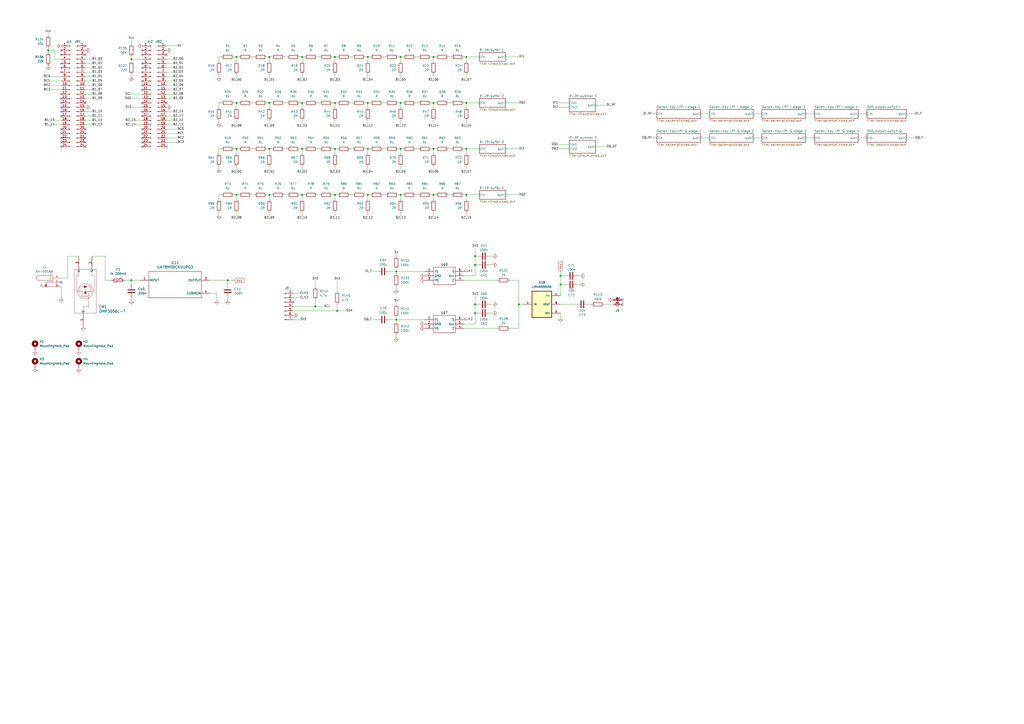
<source format=kicad_sch>
(kicad_sch (version 20250114) (generator "eeschema") (generator_version "9.0")
  (paper "A2")
  (junction (at 232.41 59.69))
  (junction (at 194.31 33.02))
  (junction (at 325.12 160.02))
  (junction (at 194.31 86.36))
  (junction (at 300.99 176.53))
  (junction (at 137.16 59.69))
  (junction (at 137.16 86.36))
  (junction (at 270.51 113.03))
  (junction (at 156.21 59.69))
  (junction (at 229.87 157.48))
  (junction (at 270.51 33.02))
  (junction (at 175.26 59.69))
  (junction (at 232.41 113.03))
  (junction (at 232.41 33.02))
  (junction (at 275.59 176.53))
  (junction (at 275.59 153.67))
  (junction (at 251.46 59.69))
  (junction (at 137.16 113.03))
  (junction (at 175.26 113.03))
  (junction (at 251.46 86.36))
  (junction (at 156.21 113.03))
  (junction (at 232.41 86.36))
  (junction (at 156.21 33.02))
  (junction (at 76.2 162.56))
  (junction (at 175.26 33.02))
  (junction (at 182.88 177.8))
  (junction (at 156.21 86.36))
  (junction (at 194.31 59.69))
  (junction (at 251.46 113.03))
  (junction (at 213.36 33.02))
  (junction (at 213.36 86.36))
  (junction (at 137.16 33.02))
  (junction (at 195.58 180.34))
  (junction (at 175.26 86.36))
  (junction (at 27.94 29.21))
  (junction (at 194.31 113.03))
  (junction (at 270.51 86.36))
  (junction (at 213.36 113.03))
  (junction (at 270.51 59.69))
  (junction (at 213.36 59.69))
  (junction (at 275.59 148.59))
  (junction (at 275.59 181.61))
  (junction (at 251.46 33.02))
  (junction (at 229.87 185.42))
  (junction (at 132.08 162.56))
  (junction (at 76.2 34.29))
  (junction (at 325.12 165.1))
  (no_connect (at 35.56 82.55))
  (no_connect (at 35.56 67.31))
  (no_connect (at 49.53 26.67))
  (no_connect (at 35.56 59.69))
  (no_connect (at 35.56 31.75))
  (no_connect (at 82.55 39.37))
  (no_connect (at 82.55 82.55))
  (no_connect (at 49.53 31.75))
  (no_connect (at 82.55 52.07))
  (no_connect (at 35.56 29.21))
  (no_connect (at 35.56 163.83))
  (no_connect (at 82.55 85.09))
  (no_connect (at 82.55 41.91))
  (no_connect (at 82.55 31.75))
  (no_connect (at 82.55 44.45))
  (no_connect (at 35.56 57.15))
  (no_connect (at 35.56 54.61))
  (no_connect (at 35.56 36.83))
  (no_connect (at 35.56 74.93))
  (no_connect (at 35.56 85.09))
  (no_connect (at 82.55 49.53))
  (no_connect (at 82.55 36.83))
  (no_connect (at 35.56 64.77))
  (no_connect (at 49.53 82.55))
  (no_connect (at 82.55 29.21))
  (no_connect (at 170.18 175.26))
  (no_connect (at 96.52 85.09))
  (no_connect (at 82.55 64.77))
  (no_connect (at 35.56 80.01))
  (no_connect (at 35.56 41.91))
  (no_connect (at 82.55 80.01))
  (no_connect (at 82.55 59.69))
  (no_connect (at 35.56 39.37))
  (no_connect (at 82.55 77.47))
  (no_connect (at 96.52 59.69))
  (no_connect (at 49.53 74.93))
  (no_connect (at 82.55 74.93))
  (no_connect (at 49.53 85.09))
  (no_connect (at 35.56 62.23))
  (no_connect (at 82.55 67.31))
  (no_connect (at 82.55 46.99))
  (no_connect (at 49.53 59.69))
  (no_connect (at 49.53 77.47))
  (no_connect (at 35.56 77.47))
  (no_connect (at 49.53 80.01))
  (no_connect (at 96.52 31.75))
  (wire (pts (xy 213.36 33.02) (xy 214.63 33.02)))
  (wire (pts (xy 194.31 33.02) (xy 194.31 35.56)))
  (wire (pts (xy 96.52 26.67) (xy 102.87 26.67)))
  (wire (pts (xy 260.35 33.02) (xy 261.62 33.02)))
  (wire (pts (xy 213.36 86.36) (xy 213.36 88.9)))
  (wire (pts (xy 96.52 74.93) (xy 102.87 74.93)))
  (wire (pts (xy 241.3 113.03) (xy 242.57 113.03)))
  (wire (pts (xy 231.14 59.69) (xy 232.41 59.69)))
  (wire (pts (xy 49.53 49.53) (xy 53.34 49.53)))
  (wire (pts (xy 293.37 59.69) (xy 300.99 59.69)))
  (wire (pts (xy 251.46 59.69) (xy 251.46 62.23)))
  (wire (pts (xy 39.37 161.29) (xy 39.37 148.59)))
  (wire (pts (xy 229.87 184.15) (xy 229.87 185.42)))
  (wire (pts (xy 213.36 96.52) (xy 213.36 99.06)))
  (wire (pts (xy 350.52 176.53) (xy 355.6 176.53)))
  (wire (pts (xy 27.94 29.21) (xy 27.94 30.48)))
  (wire (pts (xy 76.2 33.02) (xy 76.2 34.29)))
  (wire (pts (xy 49.53 67.31) (xy 53.34 67.31)))
  (wire (pts (xy 29.21 46.99) (xy 35.56 46.99)))
  (wire (pts (xy 229.87 157.48) (xy 246.38 157.48)))
  (wire (pts (xy 49.53 54.61) (xy 53.34 54.61)))
  (wire (pts (xy 241.3 59.69) (xy 242.57 59.69)))
  (wire (pts (xy 293.37 86.36) (xy 300.99 86.36)))
  (wire (pts (xy 213.36 123.19) (xy 213.36 125.73)))
  (wire (pts (xy 229.87 175.26) (xy 229.87 176.53)))
  (wire (pts (xy 213.36 86.36) (xy 214.63 86.36)))
  (wire (pts (xy 406.4 80.01) (xy 411.48 80.01)))
  (wire (pts (xy 127 59.69) (xy 128.27 59.69)))
  (wire (pts (xy 175.26 113.03) (xy 176.53 113.03)))
  (wire (pts (xy 269.24 86.36) (xy 270.51 86.36)))
  (wire (pts (xy 293.37 33.02) (xy 300.99 33.02)))
  (wire (pts (xy 193.04 59.69) (xy 194.31 59.69)))
  (wire (pts (xy 276.86 176.53) (xy 275.59 176.53)))
  (wire (pts (xy 137.16 33.02) (xy 137.16 35.56)))
  (wire (pts (xy 325.12 176.53) (xy 334.01 176.53)))
  (wire (pts (xy 96.52 34.29) (xy 100.33 34.29)))
  (wire (pts (xy 125.73 170.18) (xy 125.73 173.99)))
  (wire (pts (xy 269.24 33.02) (xy 270.51 33.02)))
  (wire (pts (xy 194.31 123.19) (xy 194.31 125.73)))
  (wire (pts (xy 232.41 96.52) (xy 232.41 99.06)))
  (wire (pts (xy 270.51 86.36) (xy 270.51 88.9)))
  (wire (pts (xy 194.31 113.03) (xy 194.31 115.57)))
  (wire (pts (xy 275.59 176.53) (xy 275.59 181.61)))
  (wire (pts (xy 156.21 96.52) (xy 156.21 99.06)))
  (wire (pts (xy 96.52 52.07) (xy 100.33 52.07)))
  (wire (pts (xy 345.44 60.96) (xy 351.79 60.96)))
  (wire (pts (xy 229.87 166.37) (xy 229.87 167.64)))
  (wire (pts (xy 269.24 162.56) (xy 288.29 162.56)))
  (wire (pts (xy 232.41 33.02) (xy 233.68 33.02)))
  (wire (pts (xy 96.52 39.37) (xy 100.33 39.37)))
  (wire (pts (xy 76.2 34.29) (xy 82.55 34.29)))
  (wire (pts (xy 212.09 113.03) (xy 213.36 113.03)))
  (wire (pts (xy 232.41 43.18) (xy 232.41 45.72)))
  (wire (pts (xy 251.46 59.69) (xy 252.73 59.69)))
  (wire (pts (xy 275.59 143.51) (xy 275.59 148.59)))
  (wire (pts (xy 127 69.85) (xy 127 71.12)))
  (wire (pts (xy 276.86 153.67) (xy 275.59 153.67)))
  (wire (pts (xy 251.46 96.52) (xy 251.46 99.06)))
  (wire (pts (xy 170.18 170.18) (xy 173.99 170.18)))
  (wire (pts (xy 203.2 113.03) (xy 204.47 113.03)))
  (wire (pts (xy 251.46 123.19) (xy 251.46 125.73)))
  (wire (pts (xy 156.21 123.19) (xy 156.21 125.73)))
  (wire (pts (xy 269.24 59.69) (xy 270.51 59.69)))
  (wire (pts (xy 231.14 33.02) (xy 232.41 33.02)))
  (wire (pts (xy 137.16 123.19) (xy 137.16 125.73)))
  (wire (pts (xy 175.26 43.18) (xy 175.26 45.72)))
  (wire (pts (xy 325.12 157.48) (xy 325.12 160.02)))
  (wire (pts (xy 78.74 69.85) (xy 82.55 69.85)))
  (wire (pts (xy 156.21 33.02) (xy 156.21 35.56)))
  (wire (pts (xy 203.2 33.02) (xy 204.47 33.02)))
  (wire (pts (xy 251.46 69.85) (xy 251.46 72.39)))
  (wire (pts (xy 229.87 147.32) (xy 229.87 148.59)))
  (wire (pts (xy 436.88 80.01) (xy 441.96 80.01)))
  (wire (pts (xy 378.46 66.04) (xy 381 66.04)))
  (wire (pts (xy 137.16 86.36) (xy 137.16 88.9)))
  (wire (pts (xy 156.21 59.69) (xy 156.21 62.23)))
  (wire (pts (xy 135.89 33.02) (xy 137.16 33.02)))
  (wire (pts (xy 525.78 80.01) (xy 530.86 80.01)))
  (wire (pts (xy 127 62.23) (xy 127 59.69)))
  (wire (pts (xy 194.31 96.52) (xy 194.31 99.06)))
  (wire (pts (xy 184.15 33.02) (xy 185.42 33.02)))
  (wire (pts (xy 127 113.03) (xy 128.27 113.03)))
  (wire (pts (xy 226.06 185.42) (xy 229.87 185.42)))
  (wire (pts (xy 260.35 59.69) (xy 261.62 59.69)))
  (wire (pts (xy 285.75 153.67) (xy 284.48 153.67)))
  (wire (pts (xy 96.52 80.01) (xy 102.87 80.01)))
  (wire (pts (xy 300.99 176.53) (xy 303.53 176.53)))
  (wire (pts (xy 229.87 185.42) (xy 246.38 185.42)))
  (wire (pts (xy 293.37 113.03) (xy 300.99 113.03)))
  (wire (pts (xy 96.52 49.53) (xy 100.33 49.53)))
  (wire (pts (xy 270.51 123.19) (xy 270.51 125.73)))
  (wire (pts (xy 35.56 166.37) (xy 35.56 172.72)))
  (wire (pts (xy 213.36 113.03) (xy 214.63 113.03)))
  (wire (pts (xy 213.36 43.18) (xy 213.36 45.72)))
  (wire (pts (xy 31.75 72.39) (xy 35.56 72.39)))
  (wire (pts (xy 378.46 80.01) (xy 381 80.01)))
  (wire (pts (xy 341.63 176.53) (xy 342.9 176.53)))
  (wire (pts (xy 215.9 185.42) (xy 218.44 185.42)))
  (wire (pts (xy 49.53 57.15) (xy 53.34 57.15)))
  (wire (pts (xy 49.53 39.37) (xy 53.34 39.37)))
  (wire (pts (xy 96.52 36.83) (xy 100.33 36.83)))
  (wire (pts (xy 127 35.56) (xy 127 33.02)))
  (wire (pts (xy 156.21 86.36) (xy 157.48 86.36)))
  (wire (pts (xy 285.75 148.59) (xy 284.48 148.59)))
  (wire (pts (xy 222.25 59.69) (xy 223.52 59.69)))
  (wire (pts (xy 175.26 86.36) (xy 176.53 86.36)))
  (wire (pts (xy 96.52 41.91) (xy 100.33 41.91)))
  (wire (pts (xy 193.04 113.03) (xy 194.31 113.03)))
  (wire (pts (xy 241.3 33.02) (xy 242.57 33.02)))
  (wire (pts (xy 29.21 52.07) (xy 35.56 52.07)))
  (wire (pts (xy 96.52 77.47) (xy 102.87 77.47)))
  (wire (pts (xy 76.2 34.29) (xy 76.2 35.56)))
  (wire (pts (xy 60.96 162.56) (xy 64.77 162.56)))
  (wire (pts (xy 96.52 46.99) (xy 100.33 46.99)))
  (wire (pts (xy 250.19 59.69) (xy 251.46 59.69)))
  (wire (pts (xy 232.41 59.69) (xy 232.41 62.23)))
  (wire (pts (xy 175.26 33.02) (xy 175.26 35.56)))
  (wire (pts (xy 323.85 62.23) (xy 330.2 62.23)))
  (wire (pts (xy 156.21 113.03) (xy 156.21 115.57)))
  (wire (pts (xy 135.89 59.69) (xy 137.16 59.69)))
  (wire (pts (xy 96.52 82.55) (xy 102.87 82.55)))
  (wire (pts (xy 270.51 59.69) (xy 270.51 62.23)))
  (wire (pts (xy 232.41 69.85) (xy 232.41 72.39)))
  (wire (pts (xy 285.75 181.61) (xy 284.48 181.61)))
  (wire (pts (xy 497.84 80.01) (xy 502.92 80.01)))
  (wire (pts (xy 146.05 86.36) (xy 147.32 86.36)))
  (wire (pts (xy 182.88 162.56) (xy 182.88 166.37)))
  (wire (pts (xy 175.26 86.36) (xy 175.26 88.9)))
  (wire (pts (xy 154.94 86.36) (xy 156.21 86.36)))
  (wire (pts (xy 156.21 59.69) (xy 157.48 59.69)))
  (wire (pts (xy 39.37 148.59) (xy 45.72 148.59)))
  (wire (pts (xy 270.51 69.85) (xy 270.51 72.39)))
  (wire (pts (xy 251.46 113.03) (xy 251.46 115.57)))
  (wire (pts (xy 29.21 44.45) (xy 35.56 44.45)))
  (wire (pts (xy 213.36 59.69) (xy 214.63 59.69)))
  (wire (pts (xy 203.2 86.36) (xy 204.47 86.36)))
  (wire (pts (xy 137.16 33.02) (xy 138.43 33.02)))
  (wire (pts (xy 276.86 181.61) (xy 275.59 181.61)))
  (wire (pts (xy 193.04 33.02) (xy 194.31 33.02)))
  (wire (pts (xy 270.51 86.36) (xy 278.13 86.36)))
  (wire (pts (xy 275.59 171.45) (xy 275.59 176.53)))
  (wire (pts (xy 222.25 33.02) (xy 223.52 33.02)))
  (wire (pts (xy 194.31 33.02) (xy 195.58 33.02)))
  (wire (pts (xy 165.1 86.36) (xy 166.37 86.36)))
  (wire (pts (xy 127 33.02) (xy 128.27 33.02)))
  (wire (pts (xy 49.53 46.99) (xy 53.34 46.99)))
  (wire (pts (xy 49.53 72.39) (xy 53.34 72.39)))
  (wire (pts (xy 260.35 113.03) (xy 261.62 113.03)))
  (wire (pts (xy 53.34 148.59) (xy 60.96 148.59)))
  (wire (pts (xy 300.99 162.56) (xy 300.99 176.53)))
  (wire (pts (xy 229.87 156.21) (xy 229.87 157.48)))
  (wire (pts (xy 251.46 33.02) (xy 252.73 33.02)))
  (wire (pts (xy 436.88 66.04) (xy 441.96 66.04)))
  (wire (pts (xy 269.24 187.96) (xy 275.59 187.96)))
  (wire (pts (xy 156.21 33.02) (xy 157.48 33.02)))
  (wire (pts (xy 96.52 69.85) (xy 100.33 69.85)))
  (wire (pts (xy 184.15 59.69) (xy 185.42 59.69)))
  (wire (pts (xy 146.05 113.03) (xy 147.32 113.03)))
  (wire (pts (xy 96.52 57.15) (xy 100.33 57.15)))
  (wire (pts (xy 276.86 148.59) (xy 275.59 148.59)))
  (wire (pts (xy 154.94 33.02) (xy 156.21 33.02)))
  (wire (pts (xy 203.2 59.69) (xy 204.47 59.69)))
  (wire (pts (xy 146.05 59.69) (xy 147.32 59.69)))
  (wire (pts (xy 323.85 86.36) (xy 330.2 86.36)))
  (wire (pts (xy 325.12 160.02) (xy 327.66 160.02)))
  (wire (pts (xy 173.99 86.36) (xy 175.26 86.36)))
  (wire (pts (xy 170.18 185.42) (xy 173.99 185.42)))
  (wire (pts (xy 194.31 59.69) (xy 194.31 62.23)))
  (wire (pts (xy 270.51 113.03) (xy 270.51 115.57)))
  (wire (pts (xy 295.91 162.56) (xy 300.99 162.56)))
  (wire (pts (xy 325.12 160.02) (xy 325.12 165.1)))
  (wire (pts (xy 156.21 113.03) (xy 157.48 113.03)))
  (wire (pts (xy 232.41 123.19) (xy 232.41 125.73)))
  (wire (pts (xy 275.59 181.61) (xy 275.59 187.96)))
  (wire (pts (xy 229.87 185.42) (xy 229.87 186.69)))
  (wire (pts (xy 96.52 44.45) (xy 100.33 44.45)))
  (wire (pts (xy 121.92 162.56) (xy 132.08 162.56)))
  (wire (pts (xy 335.28 160.02) (xy 336.55 160.02)))
  (wire (pts (xy 229.87 157.48) (xy 229.87 158.75)))
  (wire (pts (xy 137.16 43.18) (xy 137.16 45.72)))
  (wire (pts (xy 175.26 59.69) (xy 176.53 59.69)))
  (wire (pts (xy 285.75 176.53) (xy 284.48 176.53)))
  (wire (pts (xy 195.58 162.56) (xy 195.58 168.91)))
  (wire (pts (xy 325.12 165.1) (xy 327.66 165.1)))
  (wire (pts (xy 76.2 54.61) (xy 82.55 54.61)))
  (wire (pts (xy 525.78 66.04) (xy 530.86 66.04)))
  (wire (pts (xy 251.46 86.36) (xy 252.73 86.36)))
  (wire (pts (xy 156.21 69.85) (xy 156.21 72.39)))
  (wire (pts (xy 137.16 69.85) (xy 137.16 72.39)))
  (wire (pts (xy 96.52 64.77) (xy 100.33 64.77)))
  (wire (pts (xy 27.94 29.21) (xy 31.75 29.21)))
  (wire (pts (xy 170.18 177.8) (xy 182.88 177.8)))
  (wire (pts (xy 270.51 43.18) (xy 270.51 45.72)))
  (wire (pts (xy 232.41 86.36) (xy 232.41 88.9)))
  (wire (pts (xy 127 96.52) (xy 127 97.79)))
  (wire (pts (xy 165.1 33.02) (xy 166.37 33.02)))
  (wire (pts (xy 222.25 113.03) (xy 223.52 113.03)))
  (wire (pts (xy 175.26 96.52) (xy 175.26 99.06)))
  (wire (pts (xy 194.31 43.18) (xy 194.31 45.72)))
  (wire (pts (xy 165.1 113.03) (xy 166.37 113.03)))
  (wire (pts (xy 76.2 172.72) (xy 76.2 173.99)))
  (wire (pts (xy 194.31 59.69) (xy 195.58 59.69)))
  (wire (pts (xy 170.18 180.34) (xy 195.58 180.34)))
  (wire (pts (xy 76.2 44.45) (xy 76.2 43.18)))
  (wire (pts (xy 78.74 72.39) (xy 82.55 72.39)))
  (wire (pts (xy 27.94 19.05) (xy 27.94 20.32)))
  (wire (pts (xy 275.59 148.59) (xy 275.59 153.67)))
  (wire (pts (xy 127 123.19) (xy 127 124.46)))
  (wire (pts (xy 175.26 113.03) (xy 175.26 115.57)))
  (wire (pts (xy 31.75 69.85) (xy 35.56 69.85)))
  (wire (pts (xy 226.06 157.48) (xy 229.87 157.48)))
  (wire (pts (xy 170.18 172.72) (xy 173.99 172.72)))
  (wire (pts (xy 165.1 59.69) (xy 166.37 59.69)))
  (wire (pts (xy 127 43.18) (xy 127 44.45)))
  (wire (pts (xy 250.19 113.03) (xy 251.46 113.03)))
  (wire (pts (xy 127 88.9) (xy 127 86.36)))
  (wire (pts (xy 175.26 69.85) (xy 175.26 72.39)))
  (wire (pts (xy 132.08 162.56) (xy 132.08 165.1)))
  (wire (pts (xy 96.52 67.31) (xy 100.33 67.31)))
  (wire (pts (xy 182.88 173.99) (xy 182.88 177.8)))
  (wire (pts (xy 250.19 33.02) (xy 251.46 33.02)))
  (wire (pts (xy 156.21 43.18) (xy 156.21 45.72)))
  (wire (pts (xy 184.15 113.03) (xy 185.42 113.03)))
  (wire (pts (xy 146.05 33.02) (xy 147.32 33.02)))
  (wire (pts (xy 175.26 33.02) (xy 176.53 33.02)))
  (wire (pts (xy 270.51 33.02) (xy 270.51 35.56)))
  (wire (pts (xy 29.21 49.53) (xy 35.56 49.53)))
  (wire (pts (xy 251.46 33.02) (xy 251.46 35.56)))
  (wire (pts (xy 269.24 113.03) (xy 270.51 113.03)))
  (wire (pts (xy 270.51 113.03) (xy 278.13 113.03)))
  (wire (pts (xy 135.89 86.36) (xy 137.16 86.36)))
  (wire (pts (xy 96.52 72.39) (xy 100.33 72.39)))
  (wire (pts (xy 175.26 123.19) (xy 175.26 125.73)))
  (wire (pts (xy 212.09 86.36) (xy 213.36 86.36)))
  (wire (pts (xy 325.12 165.1) (xy 325.12 171.45)))
  (wire (pts (xy 173.99 59.69) (xy 175.26 59.69)))
  (wire (pts (xy 275.59 153.67) (xy 275.59 160.02)))
  (wire (pts (xy 215.9 157.48) (xy 218.44 157.48)))
  (wire (pts (xy 96.52 54.61) (xy 100.33 54.61)))
  (wire (pts (xy 76.2 57.15) (xy 82.55 57.15)))
  (wire (pts (xy 76.2 62.23) (xy 82.55 62.23)))
  (wire (pts (xy 137.16 113.03) (xy 137.16 115.57)))
  (wire (pts (xy 76.2 22.86) (xy 76.2 25.4)))
  (wire (pts (xy 232.41 113.03) (xy 232.41 115.57)))
  (wire (pts (xy 231.14 86.36) (xy 232.41 86.36)))
  (wire (pts (xy 156.21 86.36) (xy 156.21 88.9)))
  (wire (pts (xy 31.75 34.29) (xy 35.56 34.29)))
  (wire (pts (xy 251.46 86.36) (xy 251.46 88.9)))
  (wire (pts (xy 213.36 113.03) (xy 213.36 115.57)))
  (wire (pts (xy 213.36 69.85) (xy 213.36 72.39)))
  (wire (pts (xy 250.19 86.36) (xy 251.46 86.36)))
  (wire (pts (xy 60.96 148.59) (xy 60.96 162.56)))
  (wire (pts (xy 229.87 194.31) (xy 229.87 195.58)))
  (wire (pts (xy 232.41 86.36) (xy 233.68 86.36)))
  (wire (pts (xy 467.36 66.04) (xy 472.44 66.04)))
  (wire (pts (xy 135.89 113.03) (xy 137.16 113.03)))
  (wire (pts (xy 232.41 33.02) (xy 232.41 35.56)))
  (wire (pts (xy 49.53 64.77) (xy 53.34 64.77)))
  (wire (pts (xy 173.99 113.03) (xy 175.26 113.03)))
  (wire (pts (xy 194.31 69.85) (xy 194.31 72.39)))
  (wire (pts (xy 132.08 172.72) (xy 132.08 173.99)))
  (wire (pts (xy 269.24 160.02) (xy 275.59 160.02)))
  (wire (pts (xy 35.56 161.29) (xy 39.37 161.29)))
  (wire (pts (xy 497.84 66.04) (xy 502.92 66.04)))
  (wire (pts (xy 182.88 177.8) (xy 187.96 177.8)))
  (wire (pts (xy 49.53 36.83) (xy 53.34 36.83)))
  (wire (pts (xy 300.99 176.53) (xy 300.99 190.5)))
  (wire (pts (xy 127 115.57) (xy 127 113.03)))
  (wire (pts (xy 132.08 162.56) (xy 135.89 162.56)))
  (wire (pts (xy 406.4 66.04) (xy 411.48 66.04)))
  (wire (pts (xy 213.36 33.02) (xy 213.36 35.56)))
  (wire (pts (xy 193.04 86.36) (xy 194.31 86.36)))
  (wire (pts (xy 270.51 59.69) (xy 278.13 59.69)))
  (wire (pts (xy 72.39 162.56) (xy 76.2 162.56)))
  (wire (pts (xy 173.99 33.02) (xy 175.26 33.02)))
  (wire (pts (xy 137.16 96.52) (xy 137.16 99.06)))
  (wire (pts (xy 195.58 176.53) (xy 195.58 180.34)))
  (wire (pts (xy 232.41 113.03) (xy 233.68 113.03)))
  (wire (pts (xy 212.09 33.02) (xy 213.36 33.02)))
  (wire (pts (xy 270.51 33.02) (xy 278.13 33.02)))
  (wire (pts (xy 260.35 86.36) (xy 261.62 86.36)))
  (wire (pts (xy 31.75 29.21) (xy 31.75 34.29)))
  (wire (pts (xy 323.85 59.69) (xy 330.2 59.69)))
  (wire (pts (xy 251.46 43.18) (xy 251.46 45.72)))
  (wire (pts (xy 270.51 96.52) (xy 270.51 99.06)))
  (wire (pts (xy 127 86.36) (xy 128.27 86.36)))
  (wire (pts (xy 121.92 170.18) (xy 125.73 170.18)))
  (wire (pts (xy 154.94 59.69) (xy 156.21 59.69)))
  (wire (pts (xy 213.36 59.69) (xy 213.36 62.23)))
  (wire (pts (xy 335.28 165.1) (xy 336.55 165.1)))
  (wire (pts (xy 49.53 41.91) (xy 53.34 41.91)))
  (wire (pts (xy 467.36 80.01) (xy 472.44 80.01)))
  (wire (pts (xy 137.16 59.69) (xy 138.43 59.69)))
  (wire (pts (xy 194.31 86.36) (xy 195.58 86.36)))
  (wire (pts (xy 269.24 190.5) (xy 288.29 190.5)))
  (wire (pts (xy 175.26 59.69) (xy 175.26 62.23)))
  (wire (pts (xy 195.58 180.34) (xy 200.66 180.34)))
  (wire (pts (xy 231.14 113.03) (xy 232.41 113.03)))
  (wire (pts (xy 137.16 59.69) (xy 137.16 62.23)))
  (wire (pts (xy 194.31 113.03) (xy 195.58 113.03)))
  (wire (pts (xy 49.53 69.85) (xy 53.34 69.85)))
  (wire (pts (xy 194.31 86.36) (xy 194.31 88.9)))
  (wire (pts (xy 212.09 59.69) (xy 213.36 59.69)))
  (wire (pts (xy 222.25 86.36) (xy 223.52 86.36)))
  (wire (pts (xy 323.85 83.82) (xy 330.2 83.82)))
  (wire (pts (xy 154.94 113.03) (xy 156.21 113.03)))
  (wire (pts (xy 27.94 27.94) (xy 27.94 29.21)))
  (wire (pts (xy 49.53 44.45) (xy 53.34 44.45)))
  (wire (pts (xy 232.41 59.69) (xy 233.68 59.69)))
  (wire (pts (xy 76.2 162.56) (xy 81.28 162.56)))
  (wire (pts (xy 184.15 86.36) (xy 185.42 86.36)))
  (wire (pts (xy 49.53 34.29) (xy 53.34 34.29)))
  (wire (pts (xy 241.3 86.36) (xy 242.57 86.36)))
  (wire (pts (xy 137.16 113.03) (xy 138.43 113.03)))
  (wire (pts (xy 251.46 113.03) (xy 252.73 113.03)))
  (wire (pts (xy 137.16 86.36) (xy 138.43 86.36)))
  (wire (pts (xy 76.2 162.56) (xy 76.2 165.1)))
  (wire (pts (xy 49.53 52.07) (xy 53.34 52.07)))
  (wire (pts (xy 295.91 190.5) (xy 300.99 190.5)))
  (wire (pts (xy 325.12 181.61) (xy 325.12 184.15)))
  (wire (pts (xy 345.44 85.09) (xy 351.79 85.09)))
  (label "SCL" (at 187.96 177.8 0))
  (label "B1_10" (at 53.34 64.77 0))
  (label "B1_03" (at 53.34 41.91 0))
  (label "B1_06" (at 251.46 45.72 0))
  (label "B1_05" (at 232.41 45.72 0))
  (label "DI_F" (at 215.9 157.48 180))
  (label "B2_05" (at 232.41 99.06 0))
  (label "B1_01" (at 156.21 45.72 0))
  (label "B2_00" (at 100.33 34.29 0))
  (label "DI_NF" (at 351.79 60.96 0))
  (label "B1_03" (at 194.31 45.72 0))
  (label "B1_06" (at 53.34 49.53 0))
  (label "B1_02" (at 175.26 45.72 0))
  (label "DI_NF" (at 378.46 66.04 180))
  (label "BC3" (at 102.87 82.55 0))
  (label "B2_12" (at 213.36 125.73 0))
  (label "BC1" (at 29.21 46.99 180))
  (label "BC0" (at 29.21 44.45 180))
  (label "B1_15" (at 31.75 69.85 180))
  (label "CLK2" (at 173.99 172.72 0))
  (label "3V3" (at 76.2 62.23 180))
  (label "B2_08" (at 137.16 125.73 0))
  (label "B2_15" (at 78.74 69.85 180))
  (label "DI2" (at 323.85 62.23 180))
  (label "B1_05" (at 53.34 46.99 0))
  (label "DI1" (at 323.85 59.69 180))
  (label "DQ_NF" (at 378.46 80.01 180))
  (label "3V3" (at 182.88 162.56 0))
  (label "B1_10" (at 175.26 72.39 0))
  (label "B2_07" (at 100.33 52.07 0))
  (label "B2_01" (at 100.33 36.83 0))
  (label "BC3" (at 29.21 52.07 180))
  (label "B2_09" (at 156.21 125.73 0))
  (label "B1_07" (at 53.34 52.07 0))
  (label "B2_04" (at 100.33 44.45 0))
  (label "B2_13" (at 232.41 125.73 0))
  (label "B1_04" (at 213.36 45.72 0))
  (label "SDA" (at 200.66 180.34 0))
  (label "5V" (at 229.87 147.32 0))
  (label "B1_12" (at 53.34 69.85 0))
  (label "B1_00" (at 53.34 34.29 0))
  (label "5V" (at 229.87 175.26 0))
  (label "DQ1" (at 323.85 83.82 180))
  (label "B2_04" (at 213.36 99.06 0))
  (label "B2_02" (at 175.26 99.06 0))
  (label "Vcc" (at 76.2 22.86 0))
  (label "B2_15" (at 270.51 125.73 0))
  (label "DQ2" (at 300.99 113.03 0))
  (label "B1_08" (at 137.16 72.39 0))
  (label "B1_14" (at 251.46 72.39 0))
  (label "BC1" (at 102.87 77.47 0))
  (label "B2_08" (at 100.33 54.61 0))
  (label "SCL" (at 76.2 54.61 180))
  (label "B2_06" (at 100.33 49.53 0))
  (label "B2_11" (at 100.33 67.31 0))
  (label "B1_13" (at 53.34 72.39 0))
  (label "B1_04" (at 53.34 44.45 0))
  (label "3V3" (at 275.59 143.51 0))
  (label "B2_13" (at 100.33 72.39 0))
  (label "B2_12" (at 100.33 69.85 0))
  (label "B2_10" (at 100.33 64.77 0))
  (label "B2_06" (at 251.46 99.06 0))
  (label "BC0" (at 102.87 74.93 0))
  (label "B1_14" (at 31.75 72.39 180))
  (label "B2_00" (at 137.16 99.06 0))
  (label "B2_14" (at 78.74 72.39 180))
  (label "B2_11" (at 194.31 125.73 0))
  (label "B2_02" (at 100.33 39.37 0))
  (label "CLK1" (at 173.99 170.18 0))
  (label "B2_03" (at 194.31 99.06 0))
  (label "B1_11" (at 194.31 72.39 0))
  (label "B1_07" (at 270.51 45.72 0))
  (label "B1_12" (at 213.36 72.39 0))
  (label "B1_00" (at 137.16 45.72 0))
  (label "3V3" (at 275.59 171.45 0))
  (label "Vcc" (at 27.94 19.05 0))
  (label "5V" (at 102.87 26.67 0))
  (label "3V3" (at 173.99 185.42 0))
  (label "B1_01" (at 53.34 36.83 0))
  (label "B2_10" (at 175.26 125.73 0))
  (label "DQ_F" (at 530.86 80.01 0))
  (label "3V3" (at 195.58 162.56 0))
  (label "B2_09" (at 100.33 57.15 0))
  (label "CLK1" (at 269.24 157.48 0))
  (label "B1_09" (at 156.21 72.39 0))
  (label "B2_03" (at 100.33 41.91 0))
  (label "B2_01" (at 156.21 99.06 0))
  (label "B1_02" (at 53.34 39.37 0))
  (label "DQ_NF" (at 351.79 85.09 0))
  (label "B1_13" (at 232.41 72.39 0))
  (label "BC2" (at 29.21 49.53 180))
  (label "B1_09" (at 53.34 57.15 0))
  (label "B1_11" (at 53.34 67.31 0))
  (label "DI1" (at 300.99 33.02 0))
  (label "DQ_F" (at 215.9 185.42 180))
  (label "DI_F" (at 530.86 66.04 0))
  (label "B2_05" (at 100.33 46.99 0))
  (label "B1_15" (at 270.51 72.39 0))
  (label "SDA" (at 76.2 57.15 180))
  (label "BC2" (at 102.87 80.01 0))
  (label "DQ2" (at 323.85 86.36 180))
  (label "B2_14" (at 251.46 125.73 0))
  (label "DI2" (at 300.99 86.36 0))
  (label "B1_08" (at 53.34 54.61 0))
  (label "DQ1" (at 300.99 59.69 0))
  (label "CLK2" (at 269.24 185.42 0))
  (label "B2_07" (at 270.51 99.06 0))
  (global_label "Vcc" (shape input) (at 325.12 157.48 90) (property "Intersheetrefs" "${INTERSHEET_REFS}" (effects (hide yes))))
  (global_label "Vcc" (shape input) (at 135.89 162.56 0) (property "Intersheetrefs" "${INTERSHEET_REFS}" (effects (hide yes))))
  (symbol (lib_id "Device:R") (at 195.58 172.72 180) (unit 1)
    (property "Reference" "R145" (at 198.12 171.4499 0) (effects (justify right)))
    (property "Value" "4.7k" (at 198.12 173.9899 0) (effects (justify right)))
    (property "Footprint" "Resistor_SMD:R_0805_2012Metric_Pad1.20x1.40mm_HandSolder" (effects (hide yes)))
    (property "Description" "Resistor" (effects (hide yes)))
  )
  (symbol (lib_id "Device:R") (at 189.23 113.03 90) (unit 1)
    (property "Reference" "R79" (at 189.23 106.68 90))
    (property "Value" "Rc" (at 189.23 109.22 90))
    (property "Footprint" "Resistor_SMD:R_0805_2012Metric_Pad1.20x1.40mm_HandSolder" (effects (hide yes)))
    (property "Description" "Resistor" (effects (hide yes)))
  )
  (symbol (lib_id "power:GND") (at 285.75 153.67 90) (mirror x) (unit 1)
    (property "Reference" "#PWR092" (effects (hide yes)))
    (property "Value" "GND" (effects (hide yes)))
    (property "Description" "Power symbol creates a global label with name \"GND\" , ground" (effects (hide yes)))
  )
  (symbol (lib_id "Device:R") (at 246.38 33.02 90) (unit 1)
    (property "Reference" "R13" (at 246.38 26.67 90))
    (property "Value" "Rc" (at 246.38 29.21 90))
    (property "Footprint" "Resistor_SMD:R_0805_2012Metric_Pad1.20x1.40mm_HandSolder" (effects (hide yes)))
    (property "Description" "Resistor" (effects (hide yes)))
  )
  (symbol (lib_id "Device:C") (at 222.25 157.48 90) (unit 1)
    (property "Reference" "C64" (at 222.25 150.876 90))
    (property "Value" "100u" (at 222.25 153.416 90))
    (property "Footprint" "Capacitor_SMD:C_0805_2012Metric_Pad1.18x1.45mm_HandSolder" (effects (hide yes)))
    (property "Description" "Unpolarized capacitor" (effects (hide yes)))
  )
  (symbol (lib_id "Device:R") (at 232.41 39.37 0) (mirror x) (unit 1)
    (property "Reference" "R22" (at 229.87 38.0999 0) (effects (justify right)))
    (property "Value" "2R" (at 229.87 40.6399 0) (effects (justify right)))
    (property "Footprint" "Resistor_SMD:R_0805_2012Metric_Pad1.20x1.40mm_HandSolder" (effects (hide yes)))
    (property "Description" "Resistor" (effects (hide yes)))
  )
  (symbol (lib_id "power:GND") (at 96.52 62.23 90) (unit 1)
    (property "Reference" "#PWR07" (effects (hide yes)))
    (property "Value" "GND" (effects (hide yes)))
    (property "Description" "Power symbol creates a global label with name \"GND\" , ground" (effects (hide yes)))
  )
  (symbol (lib_id "Device:R") (at 170.18 59.69 90) (unit 1)
    (property "Reference" "R29" (at 170.18 53.34 90))
    (property "Value" "Rc" (at 170.18 55.88 90))
    (property "Footprint" "Resistor_SMD:R_0805_2012Metric_Pad1.20x1.40mm_HandSolder" (effects (hide yes)))
    (property "Description" "Resistor" (effects (hide yes)))
  )
  (symbol (lib_id "Device:R") (at 251.46 39.37 0) (mirror x) (unit 1)
    (property "Reference" "R23" (at 248.92 38.0999 0) (effects (justify right)))
    (property "Value" "2R" (at 248.92 40.6399 0) (effects (justify right)))
    (property "Footprint" "Resistor_SMD:R_0805_2012Metric_Pad1.20x1.40mm_HandSolder" (effects (hide yes)))
    (property "Description" "Resistor" (effects (hide yes)))
  )
  (symbol (lib_id "Device:R") (at 251.46 92.71 0) (mirror x) (unit 1)
    (property "Reference" "R71" (at 248.92 91.4399 0) (effects (justify right)))
    (property "Value" "2R" (at 248.92 93.9799 0) (effects (justify right)))
    (property "Footprint" "Resistor_SMD:R_0805_2012Metric_Pad1.20x1.40mm_HandSolder" (effects (hide yes)))
    (property "Description" "Resistor" (effects (hide yes)))
  )
  (symbol (lib_id "power:GND") (at 49.53 29.21 90) (unit 1)
    (property "Reference" "#PWR03" (effects (hide yes)))
    (property "Value" "GND" (effects (hide yes)))
    (property "Description" "Power symbol creates a global label with name \"GND\" , ground" (effects (hide yes)))
  )
  (symbol (lib_id "Device:R") (at 246.38 59.69 90) (unit 1)
    (property "Reference" "R37" (at 246.38 53.34 90))
    (property "Value" "Rc" (at 246.38 55.88 90))
    (property "Footprint" "Resistor_SMD:R_0805_2012Metric_Pad1.20x1.40mm_HandSolder" (effects (hide yes)))
    (property "Description" "Resistor" (effects (hide yes)))
  )
  (symbol (lib_id "Device:R") (at 208.28 33.02 90) (unit 1)
    (property "Reference" "R9" (at 208.28 26.67 90))
    (property "Value" "Rc" (at 208.28 29.21 90))
    (property "Footprint" "Resistor_SMD:R_0805_2012Metric_Pad1.20x1.40mm_HandSolder" (effects (hide yes)))
    (property "Description" "Resistor" (effects (hide yes)))
  )
  (symbol (lib_id "power:GND") (at 82.55 26.67 270) (unit 1)
    (property "Reference" "#PWR05" (effects (hide yes)))
    (property "Value" "GND" (effects (hide yes)))
    (property "Description" "Power symbol creates a global label with name \"GND\" , ground" (effects (hide yes)))
  )
  (symbol (lib_id "Device:R") (at 270.51 66.04 0) (mirror x) (unit 1)
    (property "Reference" "R48" (at 267.97 64.7699 0) (effects (justify right)))
    (property "Value" "2R" (at 267.97 67.3099 0) (effects (justify right)))
    (property "Footprint" "Resistor_SMD:R_0805_2012Metric_Pad1.20x1.40mm_HandSolder" (effects (hide yes)))
    (property "Description" "Resistor" (effects (hide yes)))
  )
  (symbol (lib_id "Device:R") (at 127 39.37 0) (mirror x) (unit 1)
    (property "Reference" "R16" (at 124.46 38.0999 0) (effects (justify right)))
    (property "Value" "2R" (at 124.46 40.6399 0) (effects (justify right)))
    (property "Footprint" "Resistor_SMD:R_0805_2012Metric_Pad1.20x1.40mm_HandSolder" (effects (hide yes)))
    (property "Description" "Resistor" (effects (hide yes)))
  )
  (symbol (lib_id "power:GND") (at 76.2 44.45 0) (unit 1)
    (property "Reference" "#PWR059" (effects (hide yes)))
    (property "Value" "GND" (effects (hide yes)))
    (property "Description" "Power symbol creates a global label with name \"GND\" , ground" (effects (hide yes)))
  )
  (symbol (lib_id "power:GND") (at 49.53 62.23 90) (unit 1)
    (property "Reference" "#PWR04" (effects (hide yes)))
    (property "Value" "GND" (effects (hide yes)))
    (property "Description" "Power symbol creates a global label with name \"GND\" , ground" (effects (hide yes)))
  )
  (symbol (lib_id "Device:R") (at 137.16 66.04 0) (mirror x) (unit 1)
    (property "Reference" "R41" (at 134.62 64.7699 0) (effects (justify right)))
    (property "Value" "2R" (at 134.62 67.3099 0) (effects (justify right)))
    (property "Footprint" "Resistor_SMD:R_0805_2012Metric_Pad1.20x1.40mm_HandSolder" (effects (hide yes)))
    (property "Description" "Resistor" (effects (hide yes)))
  )
  (symbol (lib_id "power:GND") (at 170.18 182.88 90) (unit 1)
    (property "Reference" "#PWR027" (effects (hide yes)))
    (property "Value" "GND" (effects (hide yes)))
    (property "Description" "Power symbol creates a global label with name \"GND\" , ground" (effects (hide yes)))
  )
  (symbol (lib_id "Device:R") (at 132.08 59.69 90) (unit 1)
    (property "Reference" "R25" (at 132.08 53.34 90))
    (property "Value" "Rc" (at 132.08 55.88 90))
    (property "Footprint" "Resistor_SMD:R_0805_2012Metric_Pad1.20x1.40mm_HandSolder" (effects (hide yes)))
    (property "Description" "Resistor" (effects (hide yes)))
  )
  (symbol (lib_id "Device:R") (at 180.34 59.69 90) (unit 1)
    (property "Reference" "R30" (at 180.34 53.34 90))
    (property "Value" "R" (at 180.34 55.88 90))
    (property "Footprint" "Resistor_SMD:R_0805_2012Metric_Pad1.20x1.40mm_HandSolder" (effects (hide yes)))
    (property "Description" "Resistor" (effects (hide yes)))
  )
  (symbol (lib_id "Device:R") (at 132.08 86.36 90) (unit 1)
    (property "Reference" "R49" (at 132.08 80.01 90))
    (property "Value" "Rc" (at 132.08 82.55 90))
    (property "Footprint" "Resistor_SMD:R_0805_2012Metric_Pad1.20x1.40mm_HandSolder" (effects (hide yes)))
    (property "Description" "Resistor" (effects (hide yes)))
  )
  (symbol (lib_id "Device:R") (at 194.31 39.37 0) (mirror x) (unit 1)
    (property "Reference" "R20" (at 191.77 38.0999 0) (effects (justify right)))
    (property "Value" "2R" (at 191.77 40.6399 0) (effects (justify right)))
    (property "Footprint" "Resistor_SMD:R_0805_2012Metric_Pad1.20x1.40mm_HandSolder" (effects (hide yes)))
    (property "Description" "Resistor" (effects (hide yes)))
  )
  (symbol (lib_id "Device:R") (at 199.39 113.03 90) (unit 1)
    (property "Reference" "R80" (at 199.39 106.68 90))
    (property "Value" "R" (at 199.39 109.22 90))
    (property "Footprint" "Resistor_SMD:R_0805_2012Metric_Pad1.20x1.40mm_HandSolder" (effects (hide yes)))
    (property "Description" "Resistor" (effects (hide yes)))
  )
  (symbol (lib_id "54-00166:54-00166") (at 30.48 163.83 0) (unit 1)
    (property "Reference" "J1" (at 25.7203 154.94 0))
    (property "Value" "54-00166" (at 25.7203 157.48 0))
    (property "Footprint" "54_00166:TENSILITY_54-00166" (effects (hide yes)))
    (property "PARTREV" "A" (effects (hide yes)))
    (property "STANDARD" "Manufacturer Recommendations" (effects (hide yes)))
    (property "SNAPEDA_PN" "54-00166" (effects (hide yes)))
    (property "MAXIMUM_PACKAGE_HEIGHT" "11.2mm" (effects (hide yes)))
    (property "MANUFACTURER" "TENSILITY" (effects (hide yes)))
  )
  (symbol (lib_id "Device:R") (at 142.24 59.69 90) (unit 1)
    (property "Reference" "R26" (at 142.24 53.34 90))
    (property "Value" "R" (at 142.24 55.88 90))
    (property "Footprint" "Resistor_SMD:R_0805_2012Metric_Pad1.20x1.40mm_HandSolder" (effects (hide yes)))
    (property "Description" "Resistor" (effects (hide yes)))
  )
  (symbol (lib_id "Mechanical:MountingHole_Pad") (at 20.32 210.82 0) (unit 1) (in_bom no)
    (property "Reference" "H3" (at 22.86 208.2799 0) (effects (justify left)))
    (property "Value" "MountingHole_Pad" (at 22.86 210.8199 0) (effects (justify left)))
    (property "Footprint" "MountingHole:MountingHole_3.2mm_M3_Pad" (effects (hide yes)))
    (property "Description" "Mounting Hole with connection" (effects (hide yes)))
  )
  (symbol (lib_id "Device:R") (at 127 66.04 0) (mirror x) (unit 1)
    (property "Reference" "R40" (at 124.46 64.7699 0) (effects (justify right)))
    (property "Value" "2R" (at 124.46 67.3099 0) (effects (justify right)))
    (property "Footprint" "Resistor_SMD:R_0805_2012Metric_Pad1.20x1.40mm_HandSolder" (effects (hide yes)))
    (property "Description" "Resistor" (effects (hide yes)))
  )
  (symbol (lib_id "Device:R") (at 76.2 39.37 0) (mirror y) (unit 1)
    (property "Reference" "R137" (at 73.66 38.0999 0) (effects (justify left)))
    (property "Value" "22k" (at 73.66 40.6399 0) (effects (justify left)))
    (property "Footprint" "Resistor_SMD:R_0805_2012Metric_Pad1.20x1.40mm_HandSolder" (effects (hide yes)))
    (property "Description" "Resistor" (effects (hide yes)))
  )
  (symbol (lib_id "Device:C") (at 132.08 168.91 0) (unit 1)
    (property "Reference" "C44" (at 135.89 167.6399 0) (effects (justify left)))
    (property "Value" "100n" (at 135.89 170.1799 0) (effects (justify left)))
    (property "Footprint" "Capacitor_SMD:C_0805_2012Metric_Pad1.18x1.45mm_HandSolder" (effects (hide yes)))
    (property "Description" "Unpolarized capacitor" (effects (hide yes)))
  )
  (symbol (lib_id "power:GND") (at 76.2 173.99 0) (unit 1)
    (property "Reference" "#PWR029" (effects (hide yes)))
    (property "Value" "GND" (effects (hide yes)))
    (property "Description" "Power symbol creates a global label with name \"GND\" , ground" (effects (hide yes)))
  )
  (symbol (lib_id "Device:R") (at 156.21 92.71 0) (mirror x) (unit 1)
    (property "Reference" "R66" (at 153.67 91.4399 0) (effects (justify right)))
    (property "Value" "2R" (at 153.67 93.9799 0) (effects (justify right)))
    (property "Footprint" "Resistor_SMD:R_0805_2012Metric_Pad1.20x1.40mm_HandSolder" (effects (hide yes)))
    (property "Description" "Resistor" (effects (hide yes)))
  )
  (symbol (lib_id "power:GND") (at 45.72 203.2 0) (unit 1)
    (property "Reference" "#PWR0105" (effects (hide yes)))
    (property "Value" "GND" (effects (hide yes)))
    (property "Description" "Power symbol creates a global label with name \"GND\" , ground" (effects (hide yes)))
  )
  (symbol (lib_id "power:GND") (at 127 97.79 0) (unit 1)
    (property "Reference" "#PWR0110" (effects (hide yes)))
    (property "Value" "GND" (effects (hide yes)))
    (property "Description" "Power symbol creates a global label with name \"GND\" , ground" (effects (hide yes)))
  )
  (symbol (lib_id "Device:R") (at 246.38 86.36 90) (unit 1)
    (property "Reference" "R61" (at 246.38 80.01 90))
    (property "Value" "Rc" (at 246.38 82.55 90))
    (property "Footprint" "Resistor_SMD:R_0805_2012Metric_Pad1.20x1.40mm_HandSolder" (effects (hide yes)))
    (property "Description" "Resistor" (effects (hide yes)))
  )
  (symbol (lib_id "Device:R") (at 270.51 39.37 0) (mirror x) (unit 1)
    (property "Reference" "R24" (at 267.97 38.0999 0) (effects (justify right)))
    (property "Value" "2R" (at 267.97 40.6399 0) (effects (justify right)))
    (property "Footprint" "Resistor_SMD:R_0805_2012Metric_Pad1.20x1.40mm_HandSolder" (effects (hide yes)))
    (property "Description" "Resistor" (effects (hide yes)))
  )
  (symbol (lib_id "Device:R") (at 151.13 59.69 90) (unit 1)
    (property "Reference" "R27" (at 151.13 53.34 90))
    (property "Value" "Rc" (at 151.13 55.88 90))
    (property "Footprint" "Resistor_SMD:R_0805_2012Metric_Pad1.20x1.40mm_HandSolder" (effects (hide yes)))
    (property "Description" "Resistor" (effects (hide yes)))
  )
  (symbol (lib_id "Device:R") (at 156.21 39.37 0) (mirror x) (unit 1)
    (property "Reference" "R18" (at 153.67 38.0999 0) (effects (justify right)))
    (property "Value" "2R" (at 153.67 40.6399 0) (effects (justify right)))
    (property "Footprint" "Resistor_SMD:R_0805_2012Metric_Pad1.20x1.40mm_HandSolder" (effects (hide yes)))
    (property "Description" "Resistor" (effects (hide yes)))
  )
  (symbol (lib_id "Device:R") (at 213.36 119.38 0) (mirror x) (unit 1)
    (property "Reference" "R93" (at 210.82 118.1099 0) (effects (justify right)))
    (property "Value" "2R" (at 210.82 120.6499 0) (effects (justify right)))
    (property "Footprint" "Resistor_SMD:R_0805_2012Metric_Pad1.20x1.40mm_HandSolder" (effects (hide yes)))
    (property "Description" "Resistor" (effects (hide yes)))
  )
  (symbol (lib_id "Device:R") (at 218.44 33.02 90) (unit 1)
    (property "Reference" "R10" (at 218.44 26.67 90))
    (property "Value" "R" (at 218.44 29.21 90))
    (property "Footprint" "Resistor_SMD:R_0805_2012Metric_Pad1.20x1.40mm_HandSolder" (effects (hide yes)))
    (property "Description" "Resistor" (effects (hide yes)))
  )
  (symbol (lib_id "Device:R") (at 194.31 119.38 0) (mirror x) (unit 1)
    (property "Reference" "R92" (at 191.77 118.1099 0) (effects (justify right)))
    (property "Value" "2R" (at 191.77 120.6499 0) (effects (justify right)))
    (property "Footprint" "Resistor_SMD:R_0805_2012Metric_Pad1.20x1.40mm_HandSolder" (effects (hide yes)))
    (property "Description" "Resistor" (effects (hide yes)))
  )
  (symbol (lib_id "Device:R") (at 156.21 119.38 0) (mirror x) (unit 1)
    (property "Reference" "R90" (at 153.67 118.1099 0) (effects (justify right)))
    (property "Value" "2R" (at 153.67 120.6499 0) (effects (justify right)))
    (property "Footprint" "Resistor_SMD:R_0805_2012Metric_Pad1.20x1.40mm_HandSolder" (effects (hide yes)))
    (property "Description" "Resistor" (effects (hide yes)))
  )
  (symbol (lib_id "Device:R") (at 170.18 86.36 90) (unit 1)
    (property "Reference" "R53" (at 170.18 80.01 90))
    (property "Value" "Rc" (at 170.18 82.55 90))
    (property "Footprint" "Resistor_SMD:R_0805_2012Metric_Pad1.20x1.40mm_HandSolder" (effects (hide yes)))
    (property "Description" "Resistor" (effects (hide yes)))
  )
  (symbol (lib_id "74LVC1G3157-Q100:74LVC1G3157-Q100") (at 266.7 181.61 0) (unit 1)
    (property "Reference" "U17" (at 257.81 181.356 0))
    (property "Value" "~" (at 257.81 181.61 0))
    (property "Footprint" "Package_SO:TSOP-6_1.65x3.05mm_P0.95mm" (effects (hide yes)))
  )
  (symbol (lib_id "Device:R") (at 213.36 66.04 0) (mirror x) (unit 1)
    (property "Reference" "R45" (at 210.82 64.7699 0) (effects (justify right)))
    (property "Value" "2R" (at 210.82 67.3099 0) (effects (justify right)))
    (property "Footprint" "Resistor_SMD:R_0805_2012Metric_Pad1.20x1.40mm_HandSolder" (effects (hide yes)))
    (property "Description" "Resistor" (effects (hide yes)))
  )
  (symbol (lib_id "Device:R") (at 142.24 33.02 90) (unit 1)
    (property "Reference" "R2" (at 142.24 26.67 90))
    (property "Value" "R" (at 142.24 29.21 90))
    (property "Footprint" "Resistor_SMD:R_0805_2012Metric_Pad1.20x1.40mm_HandSolder" (effects (hide yes)))
    (property "Description" "Resistor" (effects (hide yes)))
  )
  (symbol (lib_id "Device:R") (at 137.16 39.37 0) (mirror x) (unit 1)
    (property "Reference" "R17" (at 134.62 38.0999 0) (effects (justify right)))
    (property "Value" "2R" (at 134.62 40.6399 0) (effects (justify right)))
    (property "Footprint" "Resistor_SMD:R_0805_2012Metric_Pad1.20x1.40mm_HandSolder" (effects (hide yes)))
    (property "Description" "Resistor" (effects (hide yes)))
  )
  (symbol (lib_id "power:GND") (at 285.75 176.53 90) (mirror x) (unit 1)
    (property "Reference" "#PWR096" (effects (hide yes)))
    (property "Value" "GND" (effects (hide yes)))
    (property "Description" "Power symbol creates a global label with name \"GND\" , ground" (effects (hide yes)))
  )
  (symbol (lib_id "Device:R") (at 137.16 92.71 0) (mirror x) (unit 1)
    (property "Reference" "R65" (at 134.62 91.4399 0) (effects (justify right)))
    (property "Value" "2R" (at 134.62 93.9799 0) (effects (justify right)))
    (property "Footprint" "Resistor_SMD:R_0805_2012Metric_Pad1.20x1.40mm_HandSolder" (effects (hide yes)))
    (property "Description" "Resistor" (effects (hide yes)))
  )
  (symbol (lib_id "Device:R") (at 213.36 92.71 0) (mirror x) (unit 1)
    (property "Reference" "R69" (at 210.82 91.4399 0) (effects (justify right)))
    (property "Value" "2R" (at 210.82 93.9799 0) (effects (justify right)))
    (property "Footprint" "Resistor_SMD:R_0805_2012Metric_Pad1.20x1.40mm_HandSolder" (effects (hide yes)))
    (property "Description" "Resistor" (effects (hide yes)))
  )
  (symbol (lib_id "Device:R") (at 246.38 113.03 90) (unit 1)
    (property "Reference" "R85" (at 246.38 106.68 90))
    (property "Value" "Rc" (at 246.38 109.22 90))
    (property "Footprint" "Resistor_SMD:R_0805_2012Metric_Pad1.20x1.40mm_HandSolder" (effects (hide yes)))
    (property "Description" "Resistor" (effects (hide yes)))
  )
  (symbol (lib_id "power:GND") (at 45.72 213.36 0) (unit 1)
    (property "Reference" "#PWR0111" (effects (hide yes)))
    (property "Value" "GND" (effects (hide yes)))
    (property "Description" "Power symbol creates a global label with name \"GND\" , ground" (effects (hide yes)))
  )
  (symbol (lib_id "Device:C") (at 280.67 148.59 270) (mirror x) (unit 1)
    (property "Reference" "C41" (at 280.67 142.494 90))
    (property "Value" "100n" (at 280.67 145.034 90))
    (property "Footprint" "Capacitor_SMD:C_0805_2012Metric_Pad1.18x1.45mm_HandSolder" (effects (hide yes)))
    (property "Description" "Unpolarized capacitor" (effects (hide yes)))
  )
  (symbol (lib_id "power:GND") (at 132.08 173.99 0) (unit 1)
    (property "Reference" "#PWR030" (effects (hide yes)))
    (property "Value" "GND" (effects (hide yes)))
    (property "Description" "Power symbol creates a global label with name \"GND\" , ground" (effects (hide yes)))
  )
  (symbol (lib_id "Device:R") (at 237.49 86.36 90) (unit 1)
    (property "Reference" "R60" (at 237.49 80.01 90))
    (property "Value" "R" (at 237.49 82.55 90))
    (property "Footprint" "Resistor_SMD:R_0805_2012Metric_Pad1.20x1.40mm_HandSolder" (effects (hide yes)))
    (property "Description" "Resistor" (effects (hide yes)))
  )
  (symbol (lib_id "Connector:Conn_01x24_Pin") (at 91.44 54.61 0) (unit 1)
    (property "Reference" "JR2" (at 92.075 24.13 0))
    (property "Value" "Conn_01x24_Pin" (effects (hide yes)))
    (property "Footprint" "Connector_PinHeader_2.54mm:PinHeader_1x24_P2.54mm_Vertical" (effects (hide yes)))
    (property "Description" "Generic connector, single row, 01x24, script generated" (effects (hide yes)))
  )
  (symbol (lib_id "power:GND") (at 27.94 38.1 0) (unit 1)
    (property "Reference" "#PWR058" (effects (hide yes)))
    (property "Value" "GND" (effects (hide yes)))
    (property "Description" "Power symbol creates a global label with name \"GND\" , ground" (effects (hide yes)))
  )
  (symbol (lib_id "power:GND") (at 35.56 172.72 0) (unit 1)
    (property "Reference" "#PWR031" (effects (hide yes)))
    (property "Value" "GND" (effects (hide yes)))
    (property "Description" "Power symbol creates a global label with name \"GND\" , ground" (effects (hide yes)))
  )
  (symbol (lib_id "Device:R") (at 251.46 66.04 0) (mirror x) (unit 1)
    (property "Reference" "R47" (at 248.92 64.7699 0) (effects (justify right)))
    (property "Value" "2R" (at 248.92 67.3099 0) (effects (justify right)))
    (property "Footprint" "Resistor_SMD:R_0805_2012Metric_Pad1.20x1.40mm_HandSolder" (effects (hide yes)))
    (property "Description" "Resistor" (effects (hide yes)))
  )
  (symbol (lib_id "Device:R") (at 180.34 113.03 90) (unit 1)
    (property "Reference" "R78" (at 180.34 106.68 90))
    (property "Value" "R" (at 180.34 109.22 90))
    (property "Footprint" "Resistor_SMD:R_0805_2012Metric_Pad1.20x1.40mm_HandSolder" (effects (hide yes)))
    (property "Description" "Resistor" (effects (hide yes)))
  )
  (symbol (lib_id "Device:R") (at 199.39 59.69 90) (unit 1)
    (property "Reference" "R32" (at 199.39 53.34 90))
    (property "Value" "R" (at 199.39 55.88 90))
    (property "Footprint" "Resistor_SMD:R_0805_2012Metric_Pad1.20x1.40mm_HandSolder" (effects (hide yes)))
    (property "Description" "Resistor" (effects (hide yes)))
  )
  (symbol (lib_id "Device:R") (at 189.23 33.02 90) (unit 1)
    (property "Reference" "R7" (at 189.23 26.67 90))
    (property "Value" "Rc" (at 189.23 29.21 90))
    (property "Footprint" "Resistor_SMD:R_0805_2012Metric_Pad1.20x1.40mm_HandSolder" (effects (hide yes)))
    (property "Description" "Resistor" (effects (hide yes)))
  )
  (symbol (lib_id "Mechanical:MountingHole_Pad") (at 20.32 200.66 0) (unit 1) (in_bom no)
    (property "Reference" "H1" (at 22.86 198.1199 0) (effects (justify left)))
    (property "Value" "MountingHole_Pad" (at 22.86 200.6599 0) (effects (justify left)))
    (property "Footprint" "MountingHole:MountingHole_3.2mm_M3_Pad" (effects (hide yes)))
    (property "Description" "Mounting Hole with connection" (effects (hide yes)))
  )
  (symbol (lib_id "Connector:Conn_01x24_Pin") (at 87.63 54.61 0) (mirror y) (unit 1)
    (property "Reference" "JL2" (at 86.995 24.13 0))
    (property "Value" "Conn_01x24_Pin" (effects (hide yes)))
    (property "Footprint" "Connector_PinHeader_2.54mm:PinHeader_1x24_P2.54mm_Vertical" (effects (hide yes)))
    (property "Description" "Generic connector, single row, 01x24, script generated" (effects (hide yes)))
  )
  (symbol (lib_id "Device:R") (at 180.34 86.36 90) (unit 1)
    (property "Reference" "R54" (at 180.34 80.01 90))
    (property "Value" "R" (at 180.34 82.55 90))
    (property "Footprint" "Resistor_SMD:R_0805_2012Metric_Pad1.20x1.40mm_HandSolder" (effects (hide yes)))
    (property "Description" "Resistor" (effects (hide yes)))
  )
  (symbol (lib_id "Device:R") (at 237.49 113.03 90) (unit 1)
    (property "Reference" "R84" (at 237.49 106.68 90))
    (property "Value" "R" (at 237.49 109.22 90))
    (property "Footprint" "Resistor_SMD:R_0805_2012Metric_Pad1.20x1.40mm_HandSolder" (effects (hide yes)))
    (property "Description" "Resistor" (effects (hide yes)))
  )
  (symbol (lib_id "power:GND") (at 127 71.12 0) (unit 1)
    (property "Reference" "#PWR0108" (effects (hide yes)))
    (property "Value" "GND" (effects (hide yes)))
    (property "Description" "Power symbol creates a global label with name \"GND\" , ground" (effects (hide yes)))
  )
  (symbol (lib_id "power:GND") (at 325.12 184.15 0) (unit 1)
    (property "Reference" "#PWR0102" (effects (hide yes)))
    (property "Value" "GND" (effects (hide yes)))
    (property "Description" "Power symbol creates a global label with name \"GND\" , ground" (effects (hide yes)))
  )
  (symbol (lib_id "Device:C") (at 76.2 168.91 0) (unit 1)
    (property "Reference" "C43" (at 80.01 167.6399 0) (effects (justify left)))
    (property "Value" "330n" (at 80.01 170.1799 0) (effects (justify left)))
    (property "Footprint" "Capacitor_SMD:C_0805_2012Metric_Pad1.18x1.45mm_HandSolder" (effects (hide yes)))
    (property "Description" "Unpolarized capacitor" (effects (hide yes)))
  )
  (symbol (lib_id "DMP3056:DMP3056L-7") (at 48.26 189.23 90) (unit 1)
    (property "Reference" "CR1" (at 57.404 178.054 90) (effects (font (size 1.524 1.524)) (justify right)))
    (property "Value" "DMP3056L-7" (at 57.404 180.594 90) (effects (font (size 1.524 1.524)) (justify right)))
    (property "Footprint" "DMP3056:DIODE3_DESD1CAN2SOQ-7_DIO" (effects (hide yes)))
    (property "Datasheet" "DMP3056L-7" (effects (hide yes)))
  )
  (symbol (lib_id "Device:R") (at 194.31 66.04 0) (mirror x) (unit 1)
    (property "Reference" "R44" (at 191.77 64.7699 0) (effects (justify right)))
    (property "Value" "2R" (at 191.77 67.3099 0) (effects (justify right)))
    (property "Footprint" "Resistor_SMD:R_0805_2012Metric_Pad1.20x1.40mm_HandSolder" (effects (hide yes)))
    (property "Description" "Resistor" (effects (hide yes)))
  )
  (symbol (lib_id "Device:C") (at 331.47 165.1 90) (mirror x) (unit 1)
    (property "Reference" "C72" (at 331.47 171.196 90))
    (property "Value" "10n" (at 331.47 168.656 90))
    (property "Footprint" "Capacitor_SMD:C_0805_2012Metric_Pad1.18x1.45mm_HandSolder" (effects (hide yes)))
    (property "Description" "Unpolarized capacitor" (effects (hide yes)))
  )
  (symbol (lib_id "Device:R") (at 161.29 33.02 90) (unit 1)
    (property "Reference" "R4" (at 161.29 26.67 90))
    (property "Value" "R" (at 161.29 29.21 90))
    (property "Footprint" "Resistor_SMD:R_0805_2012Metric_Pad1.20x1.40mm_HandSolder" (effects (hide yes)))
    (property "Description" "Resistor" (effects (hide yes)))
  )
  (symbol (lib_id "power:GND") (at 127 124.46 0) (unit 1)
    (property "Reference" "#PWR0109" (effects (hide yes)))
    (property "Value" "GND" (effects (hide yes)))
    (property "Description" "Power symbol creates a global label with name \"GND\" , ground" (effects (hide yes)))
  )
  (symbol (lib_id "Mechanical:MountingHole_Pad") (at 45.72 200.66 0) (unit 1) (in_bom no)
    (property "Reference" "H2" (at 48.26 198.1199 0) (effects (justify left)))
    (property "Value" "MountingHole_Pad" (at 48.26 200.6599 0) (effects (justify left)))
    (property "Footprint" "MountingHole:MountingHole_3.2mm_M3_Pad" (effects (hide yes)))
    (property "Description" "Mounting Hole with connection" (effects (hide yes)))
  )
  (symbol (lib_id "Device:C") (at 280.67 176.53 270) (mirror x) (unit 1)
    (property "Reference" "C60" (at 280.67 170.434 90))
    (property "Value" "100n" (at 280.67 172.974 90))
    (property "Footprint" "Capacitor_SMD:C_0805_2012Metric_Pad1.18x1.45mm_HandSolder" (effects (hide yes)))
    (property "Description" "Unpolarized capacitor" (effects (hide yes)))
  )
  (symbol (lib_id "power:GND") (at 246.38 160.02 270) (unit 1)
    (property "Reference" "#PWR094" (effects (hide yes)))
    (property "Value" "GND" (effects (hide yes)))
    (property "Description" "Power symbol creates a global label with name \"GND\" , ground" (effects (hide yes)))
  )
  (symbol (lib_id "Device:R") (at 132.08 113.03 90) (unit 1)
    (property "Reference" "R73" (at 132.08 106.68 90))
    (property "Value" "Rc" (at 132.08 109.22 90))
    (property "Footprint" "Resistor_SMD:R_0805_2012Metric_Pad1.20x1.40mm_HandSolder" (effects (hide yes)))
    (property "Description" "Resistor" (effects (hide yes)))
  )
  (symbol (lib_id "Device:R") (at 227.33 59.69 90) (unit 1)
    (property "Reference" "R35" (at 227.33 53.34 90))
    (property "Value" "Rc" (at 227.33 55.88 90))
    (property "Footprint" "Resistor_SMD:R_0805_2012Metric_Pad1.20x1.40mm_HandSolder" (effects (hide yes)))
    (property "Description" "Resistor" (effects (hide yes)))
  )
  (symbol (lib_id "Device:R") (at 227.33 86.36 90) (unit 1)
    (property "Reference" "R59" (at 227.33 80.01 90))
    (property "Value" "Rc" (at 227.33 82.55 90))
    (property "Footprint" "Resistor_SMD:R_0805_2012Metric_Pad1.20x1.40mm_HandSolder" (effects (hide yes)))
    (property "Description" "Resistor" (effects (hide yes)))
  )
  (symbol (lib_id "power:GND") (at 20.32 203.2 0) (unit 1)
    (property "Reference" "#PWR0104" (effects (hide yes)))
    (property "Value" "GND" (effects (hide yes)))
    (property "Description" "Power symbol creates a global label with name \"GND\" , ground" (effects (hide yes)))
  )
  (symbol (lib_id "power:GND") (at 229.87 195.58 0) (unit 1)
    (property "Reference" "#PWR099" (effects (hide yes)))
    (property "Value" "GND" (effects (hide yes)))
    (property "Description" "Power symbol creates a global label with name \"GND\" , ground" (effects (hide yes)))
  )
  (symbol (lib_id "Device:R") (at 27.94 24.13 0) (mirror y) (unit 1)
    (property "Reference" "R134" (at 25.4 22.8599 0) (effects (justify left)))
    (property "Value" "50k" (at 25.4 25.3999 0) (effects (justify left)))
    (property "Footprint" "Resistor_SMD:R_0805_2012Metric_Pad1.20x1.40mm_HandSolder" (effects (hide yes)))
    (property "Description" "Resistor" (effects (hide yes)))
  )
  (symbol (lib_id "power:GND") (at 48.26 189.23 0) (unit 1)
    (property "Reference" "#PWR032" (effects (hide yes)))
    (property "Value" "GND" (effects (hide yes)))
    (property "Description" "Power symbol creates a global label with name \"GND\" , ground" (effects (hide yes)))
  )
  (symbol (lib_id "Device:Polyfuse") (at 68.58 162.56 90) (unit 1)
    (property "Reference" "F1" (at 68.58 156.21 90))
    (property "Value" "Ih 200mA" (at 68.58 158.75 90))
    (property "Footprint" "0ZCJ0020FF2E:RESC3216X125N" (effects (hide yes)))
    (property "Description" "Resettable fuse, polymeric positive temperature coefficient" (effects (hide yes)))
  )
  (symbol (lib_id "Connector:Conn_01x24_Pin") (at 40.64 54.61 0) (mirror y) (unit 1)
    (property "Reference" "JL1" (at 40.005 24.13 0))
    (property "Value" "Conn_01x24_Pin" (effects (hide yes)))
    (property "Footprint" "Connector_PinHeader_2.54mm:PinHeader_1x24_P2.54mm_Vertical" (effects (hide yes)))
    (property "Description" "Generic connector, single row, 01x24, script generated" (effects (hide yes)))
  )
  (symbol (lib_id "Device:R") (at 175.26 66.04 0) (mirror x) (unit 1)
    (property "Reference" "R43" (at 172.72 64.7699 0) (effects (justify right)))
    (property "Value" "2R" (at 172.72 67.3099 0) (effects (justify right)))
    (property "Footprint" "Resistor_SMD:R_0805_2012Metric_Pad1.20x1.40mm_HandSolder" (effects (hide yes)))
    (property "Description" "Resistor" (effects (hide yes)))
  )
  (symbol (lib_id "Device:R") (at 270.51 92.71 0) (mirror x) (unit 1)
    (property "Reference" "R72" (at 267.97 91.4399 0) (effects (justify right)))
    (property "Value" "2R" (at 267.97 93.9799 0) (effects (justify right)))
    (property "Footprint" "Resistor_SMD:R_0805_2012Metric_Pad1.20x1.40mm_HandSolder" (effects (hide yes)))
    (property "Description" "Resistor" (effects (hide yes)))
  )
  (symbol (lib_id "Device:C") (at 331.47 160.02 90) (unit 1)
    (property "Reference" "C71" (at 331.47 153.924 90))
    (property "Value" "100n" (at 331.47 156.464 90))
    (property "Footprint" "Capacitor_SMD:C_0805_2012Metric_Pad1.18x1.45mm_HandSolder" (effects (hide yes)))
    (property "Description" "Unpolarized capacitor" (effects (hide yes)))
  )
  (symbol (lib_id "Device:R") (at 229.87 180.34 180) (unit 1)
    (property "Reference" "R141" (at 232.41 179.0699 0) (effects (justify right)))
    (property "Value" "100k" (at 232.41 181.6099 0) (effects (justify right)))
    (property "Footprint" "Resistor_SMD:R_0805_2012Metric_Pad1.20x1.40mm_HandSolder" (effects (hide yes)))
    (property "Description" "Resistor" (effects (hide yes)))
  )
  (symbol (lib_id "Device:R") (at 151.13 113.03 90) (unit 1)
    (property "Reference" "R75" (at 151.13 106.68 90))
    (property "Value" "Rc" (at 151.13 109.22 90))
    (property "Footprint" "Resistor_SMD:R_0805_2012Metric_Pad1.20x1.40mm_HandSolder" (effects (hide yes)))
    (property "Description" "Resistor" (effects (hide yes)))
  )
  (symbol (lib_id "Device:R") (at 229.87 162.56 180) (unit 1)
    (property "Reference" "R133" (at 232.41 161.2899 0) (effects (justify right)))
    (property "Value" "100k" (at 232.41 163.8299 0) (effects (justify right)))
    (property "Footprint" "Resistor_SMD:R_0805_2012Metric_Pad1.20x1.40mm_HandSolder" (effects (hide yes)))
    (property "Description" "Resistor" (effects (hide yes)))
  )
  (symbol (lib_id "Device:R") (at 137.16 119.38 0) (mirror x) (unit 1)
    (property "Reference" "R89" (at 134.62 118.1099 0) (effects (justify right)))
    (property "Value" "2R" (at 134.62 120.6499 0) (effects (justify right)))
    (property "Footprint" "Resistor_SMD:R_0805_2012Metric_Pad1.20x1.40mm_HandSolder" (effects (hide yes)))
    (property "Description" "Resistor" (effects (hide yes)))
  )
  (symbol (lib_id "Device:R") (at 256.54 33.02 90) (unit 1)
    (property "Reference" "R14" (at 256.54 26.67 90))
    (property "Value" "R" (at 256.54 29.21 90))
    (property "Footprint" "Resistor_SMD:R_0805_2012Metric_Pad1.20x1.40mm_HandSolder" (effects (hide yes)))
    (property "Description" "Resistor" (effects (hide yes)))
  )
  (symbol (lib_id "Device:R") (at 256.54 59.69 90) (unit 1)
    (property "Reference" "R38" (at 256.54 53.34 90))
    (property "Value" "R" (at 256.54 55.88 90))
    (property "Footprint" "Resistor_SMD:R_0805_2012Metric_Pad1.20x1.40mm_HandSolder" (effects (hide yes)))
    (property "Description" "Resistor" (effects (hide yes)))
  )
  (symbol (lib_id "power:GND") (at 125.73 173.99 0) (unit 1)
    (property "Reference" "#PWR028" (effects (hide yes)))
    (property "Value" "GND" (effects (hide yes)))
    (property "Description" "Power symbol creates a global label with name \"GND\" , ground" (effects (hide yes)))
  )
  (symbol (lib_id "Device:R") (at 229.87 152.4 180) (unit 1)
    (property "Reference" "R132" (at 232.41 151.1299 0) (effects (justify right)))
    (property "Value" "100k" (at 232.41 153.6699 0) (effects (justify right)))
    (property "Footprint" "Resistor_SMD:R_0805_2012Metric_Pad1.20x1.40mm_HandSolder" (effects (hide yes)))
    (property "Description" "Resistor" (effects (hide yes)))
  )
  (symbol (lib_id "Device:R") (at 127 119.38 0) (mirror x) (unit 1)
    (property "Reference" "R88" (at 124.46 118.1099 0) (effects (justify right)))
    (property "Value" "2R" (at 124.46 120.6499 0) (effects (justify right)))
    (property "Footprint" "Resistor_SMD:R_0805_2012Metric_Pad1.20x1.40mm_HandSolder" (effects (hide yes)))
    (property "Description" "Resistor" (effects (hide yes)))
  )
  (symbol (lib_id "Device:R") (at 270.51 119.38 0) (mirror x) (unit 1)
    (property "Reference" "R96" (at 267.97 118.1099 0) (effects (justify right)))
    (property "Value" "2R" (at 267.97 120.6499 0) (effects (justify right)))
    (property "Footprint" "Resistor_SMD:R_0805_2012Metric_Pad1.20x1.40mm_HandSolder" (effects (hide yes)))
    (property "Description" "Resistor" (effects (hide yes)))
  )
  (symbol (lib_id "Device:R") (at 218.44 113.03 90) (unit 1)
    (property "Reference" "R82" (at 218.44 106.68 90))
    (property "Value" "R" (at 218.44 109.22 90))
    (property "Footprint" "Resistor_SMD:R_0805_2012Metric_Pad1.20x1.40mm_HandSolder" (effects (hide yes)))
    (property "Description" "Resistor" (effects (hide yes)))
  )
  (symbol (lib_id "Device:R") (at 227.33 113.03 90) (unit 1)
    (property "Reference" "R83" (at 227.33 106.68 90))
    (property "Value" "Rc" (at 227.33 109.22 90))
    (property "Footprint" "Resistor_SMD:R_0805_2012Metric_Pad1.20x1.40mm_HandSolder" (effects (hide yes)))
    (property "Description" "Resistor" (effects (hide yes)))
  )
  (symbol (lib_id "Device:R") (at 170.18 113.03 90) (unit 1)
    (property "Reference" "R77" (at 170.18 106.68 90))
    (property "Value" "Rc" (at 170.18 109.22 90))
    (property "Footprint" "Resistor_SMD:R_0805_2012Metric_Pad1.20x1.40mm_HandSolder" (effects (hide yes)))
    (property "Description" "Resistor" (effects (hide yes)))
  )
  (symbol (lib_id "Device:R") (at 237.49 59.69 90) (unit 1)
    (property "Reference" "R36" (at 237.49 53.34 90))
    (property "Value" "R" (at 237.49 55.88 90))
    (property "Footprint" "Resistor_SMD:R_0805_2012Metric_Pad1.20x1.40mm_HandSolder" (effects (hide yes)))
    (property "Description" "Resistor" (effects (hide yes)))
  )
  (symbol (lib_id "Device:R") (at 189.23 86.36 90) (unit 1)
    (property "Reference" "R55" (at 189.23 80.01 90))
    (property "Value" "Rc" (at 189.23 82.55 90))
    (property "Footprint" "Resistor_SMD:R_0805_2012Metric_Pad1.20x1.40mm_HandSolder" (effects (hide yes)))
    (property "Description" "Resistor" (effects (hide yes)))
  )
  (symbol (lib_id "Device:R") (at 161.29 59.69 90) (unit 1)
    (property "Reference" "R28" (at 161.29 53.34 90))
    (property "Value" "R" (at 161.29 55.88 90))
    (property "Footprint" "Resistor_SMD:R_0805_2012Metric_Pad1.20x1.40mm_HandSolder" (effects (hide yes)))
    (property "Description" "Resistor" (effects (hide yes)))
  )
  (symbol (lib_id "power:GND") (at 127 44.45 0) (unit 1)
    (property "Reference" "#PWR0107" (effects (hide yes)))
    (property "Value" "GND" (effects (hide yes)))
    (property "Description" "Power symbol creates a global label with name \"GND\" , ground" (effects (hide yes)))
  )
  (symbol (lib_id "Device:R") (at 180.34 33.02 90) (unit 1)
    (property "Reference" "R6" (at 180.34 26.67 90))
    (property "Value" "R" (at 180.34 29.21 90))
    (property "Footprint" "Resistor_SMD:R_0805_2012Metric_Pad1.20x1.40mm_HandSolder" (effects (hide yes)))
    (property "Description" "Resistor" (effects (hide yes)))
  )
  (symbol (lib_id "Device:R") (at 346.71 176.53 90) (unit 1)
    (property "Reference" "R143" (at 346.71 170.942 90))
    (property "Value" "49.9" (at 346.71 173.482 90))
    (property "Footprint" "Resistor_SMD:R_1206_3216Metric_Pad1.30x1.75mm_HandSolder" (effects (hide yes)))
    (property "Description" "Resistor" (effects (hide yes)))
  )
  (symbol (lib_id "power:GND") (at 285.75 181.61 90) (mirror x) (unit 1)
    (property "Reference" "#PWR097" (effects (hide yes)))
    (property "Value" "GND" (effects (hide yes)))
    (property "Description" "Power symbol creates a global label with name \"GND\" , ground" (effects (hide yes)))
  )
  (symbol (lib_id "power:GND") (at 246.38 162.56 270) (unit 1)
    (property "Reference" "#PWR095" (effects (hide yes)))
    (property "Value" "GND" (effects (hide yes)))
    (property "Description" "Power symbol creates a global label with name \"GND\" , ground" (effects (hide yes)))
  )
  (symbol (lib_id "Device:R") (at 208.28 59.69 90) (unit 1)
    (property "Reference" "R33" (at 208.28 53.34 90))
    (property "Value" "Rc" (at 208.28 55.88 90))
    (property "Footprint" "Resistor_SMD:R_0805_2012Metric_Pad1.20x1.40mm_HandSolder" (effects (hide yes)))
    (property "Description" "Resistor" (effects (hide yes)))
  )
  (symbol (lib_id "Device:R") (at 199.39 33.02 90) (unit 1)
    (property "Reference" "R8" (at 199.39 26.67 90))
    (property "Value" "R" (at 199.39 29.21 90))
    (property "Footprint" "Resistor_SMD:R_0805_2012Metric_Pad1.20x1.40mm_HandSolder" (effects (hide yes)))
    (property "Description" "Resistor" (effects (hide yes)))
  )
  (symbol (lib_id "Device:C") (at 222.25 185.42 90) (unit 1)
    (property "Reference" "C70" (at 222.25 178.816 90))
    (property "Value" "100u" (at 222.25 181.356 90))
    (property "Footprint" "Capacitor_SMD:C_0805_2012Metric_Pad1.18x1.45mm_HandSolder" (effects (hide yes)))
    (property "Description" "Unpolarized capacitor" (effects (hide yes)))
  )
  (symbol (lib_id "Mechanical:MountingHole_Pad") (at 45.72 210.82 0) (unit 1) (in_bom no)
    (property "Reference" "H4" (at 48.26 208.2799 0) (effects (justify left)))
    (property "Value" "MountingHole_Pad" (at 48.26 210.8199 0) (effects (justify left)))
    (property "Footprint" "MountingHole:MountingHole_3.2mm_M3_Pad" (effects (hide yes)))
    (property "Description" "Mounting Hole with connection" (effects (hide yes)))
  )
  (symbol (lib_id "power:GND") (at 336.55 165.1 90) (unit 1)
    (property "Reference" "#PWR0101" (effects (hide yes)))
    (property "Value" "GND" (effects (hide yes)))
    (property "Description" "Power symbol creates a global label with name \"GND\" , ground" (effects (hide yes)))
  )
  (symbol (lib_id "Device:R") (at 182.88 170.18 180) (unit 1)
    (property "Reference" "R144" (at 185.42 168.9099 0) (effects (justify right)))
    (property "Value" "4.7k" (at 185.42 171.4499 0) (effects (justify right)))
    (property "Footprint" "Resistor_SMD:R_0805_2012Metric_Pad1.20x1.40mm_HandSolder" (effects (hide yes)))
    (property "Description" "Resistor" (effects (hide yes)))
  )
  (symbol (lib_id "Device:R") (at 237.49 33.02 90) (unit 1)
    (property "Reference" "R12" (at 237.49 26.67 90))
    (property "Value" "R" (at 237.49 29.21 90))
    (property "Footprint" "Resistor_SMD:R_0805_2012Metric_Pad1.20x1.40mm_HandSolder" (effects (hide yes)))
    (property "Description" "Resistor" (effects (hide yes)))
  )
  (symbol (lib_id "Device:R") (at 142.24 86.36 90) (unit 1)
    (property "Reference" "R50" (at 142.24 80.01 90))
    (property "Value" "R" (at 142.24 82.55 90))
    (property "Footprint" "Resistor_SMD:R_0805_2012Metric_Pad1.20x1.40mm_HandSolder" (effects (hide yes)))
    (property "Description" "Resistor" (effects (hide yes)))
  )
  (symbol (lib_id "Device:R") (at 218.44 86.36 90) (unit 1)
    (property "Reference" "R58" (at 218.44 80.01 90))
    (property "Value" "R" (at 218.44 82.55 90))
    (property "Footprint" "Resistor_SMD:R_0805_2012Metric_Pad1.20x1.40mm_HandSolder" (effects (hide yes)))
    (property "Description" "Resistor" (effects (hide yes)))
  )
  (symbol (lib_id "power:GND") (at 96.52 29.21 90) (unit 1)
    (property "Reference" "#PWR06" (effects (hide yes)))
    (property "Value" "GND" (effects (hide yes)))
    (property "Description" "Power symbol creates a global label with name \"GND\" , ground" (effects (hide yes)))
  )
  (symbol (lib_id "power:GND") (at 20.32 213.36 0) (unit 1)
    (property "Reference" "#PWR0106" (effects (hide yes)))
    (property "Value" "GND" (effects (hide yes)))
    (property "Description" "Power symbol creates a global label with name \"GND\" , ground" (effects (hide yes)))
  )
  (symbol (lib_id "Device:R") (at 265.43 113.03 90) (unit 1)
    (property "Reference" "R87" (at 265.43 106.68 90))
    (property "Value" "Rc" (at 265.43 109.22 90))
    (property "Footprint" "Resistor_SMD:R_0805_2012Metric_Pad1.20x1.40mm_HandSolder" (effects (hide yes)))
    (property "Description" "Resistor" (effects (hide yes)))
  )
  (symbol (lib_id "power:GND") (at 285.75 148.59 90) (mirror x) (unit 1)
    (property "Reference" "#PWR091" (effects (hide yes)))
    (property "Value" "GND" (effects (hide yes)))
    (property "Description" "Power symbol creates a global label with name \"GND\" , ground" (effects (hide yes)))
  )
  (symbol (lib_id "Device:R") (at 161.29 86.36 90) (unit 1)
    (property "Reference" "R52" (at 161.29 80.01 90))
    (property "Value" "R" (at 161.29 82.55 90))
    (property "Footprint" "Resistor_SMD:R_0805_2012Metric_Pad1.20x1.40mm_HandSolder" (effects (hide yes)))
    (property "Description" "Resistor" (effects (hide yes)))
  )
  (symbol (lib_id "Device:R") (at 232.41 119.38 0) (mirror x) (unit 1)
    (property "Reference" "R94" (at 229.87 118.1099 0) (effects (justify right)))
    (property "Value" "2R" (at 229.87 120.6499 0) (effects (justify right)))
    (property "Footprint" "Resistor_SMD:R_0805_2012Metric_Pad1.20x1.40mm_HandSolder" (effects (hide yes)))
    (property "Description" "Resistor" (effects (hide yes)))
  )
  (symbol (lib_id "UA78M09:UA78M09CKVURG3") (at 101.6 165.1 0) (unit 1)
    (property "Reference" "U11" (at 101.6 152.4 0) (effects (font (size 1.524 1.524))))
    (property "Value" "UA78M09CKVURG3" (at 101.6 154.94 0) (effects (font (size 1.524 1.524))))
    (property "Footprint" "UA78M09:KVU0003A_N" (effects (hide yes)))
    (property "Datasheet" "https://www.ti.com/lit/gpn/ua78m" (effects (hide yes)))
  )
  (symbol (lib_id "Device:R") (at 213.36 39.37 0) (mirror x) (unit 1)
    (property "Reference" "R21" (at 210.82 38.0999 0) (effects (justify right)))
    (property "Value" "2R" (at 210.82 40.6399 0) (effects (justify right)))
    (property "Footprint" "Resistor_SMD:R_0805_2012Metric_Pad1.20x1.40mm_HandSolder" (effects (hide yes)))
    (property "Description" "Resistor" (effects (hide yes)))
  )
  (symbol (lib_id "Connector:Conn_01x24_Pin") (at 44.45 54.61 0) (unit 1)
    (property "Reference" "JR1" (at 45.085 24.13 0))
    (property "Value" "Conn_01x24_Pin" (effects (hide yes)))
    (property "Footprint" "Connector_PinHeader_2.54mm:PinHeader_1x24_P2.54mm_Vertical" (effects (hide yes)))
    (property "Description" "Generic connector, single row, 01x24, script generated" (effects (hide yes)))
  )
  (symbol (lib_id "Device:R") (at 199.39 86.36 90) (unit 1)
    (property "Reference" "R56" (at 199.39 80.01 90))
    (property "Value" "R" (at 199.39 82.55 90))
    (property "Footprint" "Resistor_SMD:R_0805_2012Metric_Pad1.20x1.40mm_HandSolder" (effects (hide yes)))
    (property "Description" "Resistor" (effects (hide yes)))
  )
  (symbol (lib_id "Device:R") (at 256.54 86.36 90) (unit 1)
    (property "Reference" "R62" (at 256.54 80.01 90))
    (property "Value" "R" (at 256.54 82.55 90))
    (property "Footprint" "Resistor_SMD:R_0805_2012Metric_Pad1.20x1.40mm_HandSolder" (effects (hide yes)))
    (property "Description" "Resistor" (effects (hide yes)))
  )
  (symbol (lib_id "Device:R") (at 265.43 86.36 90) (unit 1)
    (property "Reference" "R63" (at 265.43 80.01 90))
    (property "Value" "Rc" (at 265.43 82.55 90))
    (property "Footprint" "Resistor_SMD:R_0805_2012Metric_Pad1.20x1.40mm_HandSolder" (effects (hide yes)))
    (property "Description" "Resistor" (effects (hide yes)))
  )
  (symbol (lib_id "Device:R") (at 292.1 190.5 90) (unit 1)
    (property "Reference" "R128" (at 292.1 184.912 90))
    (property "Value" "2k" (at 292.1 187.452 90))
    (property "Footprint" "Resistor_SMD:R_0805_2012Metric_Pad1.20x1.40mm_HandSolder" (effects (hide yes)))
    (property "Description" "Resistor" (effects (hide yes)))
  )
  (symbol (lib_id "Device:R") (at 229.87 190.5 180) (unit 1)
    (property "Reference" "R142" (at 232.41 189.2299 0) (effects (justify right)))
    (property "Value" "100k" (at 232.41 191.7699 0) (effects (justify right)))
    (property "Footprint" "Resistor_SMD:R_0805_2012Metric_Pad1.20x1.40mm_HandSolder" (effects (hide yes)))
    (property "Description" "Resistor" (effects (hide yes)))
  )
  (symbol (lib_id "Device:R") (at 251.46 119.38 0) (mirror x) (unit 1)
    (property "Reference" "R95" (at 248.92 118.1099 0) (effects (justify right)))
    (property "Value" "2R" (at 248.92 120.6499 0) (effects (justify right)))
    (property "Footprint" "Resistor_SMD:R_0805_2012Metric_Pad1.20x1.40mm_HandSolder" (effects (hide yes)))
    (property "Description" "Resistor" (effects (hide yes)))
  )
  (symbol (lib_id "Device:R") (at 232.41 66.04 0) (mirror x) (unit 1)
    (property "Reference" "R46" (at 229.87 64.7699 0) (effects (justify right)))
    (property "Value" "2R" (at 229.87 67.3099 0) (effects (justify right)))
    (property "Footprint" "Resistor_SMD:R_0805_2012Metric_Pad1.20x1.40mm_HandSolder" (effects (hide yes)))
    (property "Description" "Resistor" (effects (hide yes)))
  )
  (symbol (lib_id "Device:R") (at 292.1 162.56 90) (unit 1)
    (property "Reference" "R121" (at 292.1 156.972 90))
    (property "Value" "2k" (at 292.1 159.512 90))
    (property "Footprint" "Resistor_SMD:R_0805_2012Metric_Pad1.20x1.40mm_HandSolder" (effects (hide yes)))
    (property "Description" "Resistor" (effects (hide yes)))
  )
  (symbol (lib_id "Device:R") (at 194.31 92.71 0) (mirror x) (unit 1)
    (property "Reference" "R68" (at 191.77 91.4399 0) (effects (justify right)))
    (property "Value" "2R" (at 191.77 93.9799 0) (effects (justify right)))
    (property "Footprint" "Resistor_SMD:R_0805_2012Metric_Pad1.20x1.40mm_HandSolder" (effects (hide yes)))
    (property "Description" "Resistor" (effects (hide yes)))
  )
  (symbol (lib_id "Device:R") (at 265.43 59.69 90) (unit 1)
    (property "Reference" "R39" (at 265.43 53.34 90))
    (property "Value" "Rc" (at 265.43 55.88 90))
    (property "Footprint" "Resistor_SMD:R_0805_2012Metric_Pad1.20x1.40mm_HandSolder" (effects (hide yes)))
    (property "Description" "Resistor" (effects (hide yes)))
  )
  (symbol (lib_id "Device:R") (at 151.13 86.36 90) (unit 1)
    (property "Reference" "R51" (at 151.13 80.01 90))
    (property "Value" "Rc" (at 151.13 82.55 90))
    (property "Footprint" "Resistor_SMD:R_0805_2012Metric_Pad1.20x1.40mm_HandSolder" (effects (hide yes)))
    (property "Description" "Resistor" (effects (hide yes)))
  )
  (symbol (lib_id "power:GND") (at 35.56 26.67 270) (unit 1)
    (property "Reference" "#PWR02" (effects (hide yes)))
    (property "Value" "GND" (effects (hide yes)))
    (property "Description" "Power symbol creates a global label with name \"GND\" , ground" (effects (hide yes)))
  )
  (symbol (lib_id "Device:R") (at 175.26 39.37 0) (mirror x) (unit 1)
    (property "Reference" "R19" (at 172.72 38.0999 0) (effects (justify right)))
    (property "Value" "2R" (at 172.72 40.6399 0) (effects (justify right)))
    (property "Footprint" "Resistor_SMD:R_0805_2012Metric_Pad1.20x1.40mm_HandSolder" (effects (hide yes)))
    (property "Description" "Resistor" (effects (hide yes)))
  )
  (symbol (lib_id "Device:C") (at 280.67 181.61 270) (unit 1)
    (property "Reference" "C63" (at 280.67 187.706 90))
    (property "Value" "100n" (at 280.67 185.166 90))
    (property "Footprint" "Capacitor_SMD:C_0805_2012Metric_Pad1.18x1.45mm_HandSolder" (effects (hide yes)))
    (property "Description" "Unpolarized capacitor" (effects (hide yes)))
  )
  (symbol (lib_id "Device:R") (at 76.2 29.21 0) (mirror y) (unit 1)
    (property "Reference" "R135" (at 73.66 27.9399 0) (effects (justify left)))
    (property "Value" "50k" (at 73.66 30.4799 0) (effects (justify left)))
    (property "Footprint" "Resistor_SMD:R_0805_2012Metric_Pad1.20x1.40mm_HandSolder" (effects (hide yes)))
    (property "Description" "Resistor" (effects (hide yes)))
  )
  (symbol (lib_id "Device:R") (at 218.44 59.69 90) (unit 1)
    (property "Reference" "R34" (at 218.44 53.34 90))
    (property "Value" "R" (at 218.44 55.88 90))
    (property "Footprint" "Resistor_SMD:R_0805_2012Metric_Pad1.20x1.40mm_HandSolder" (effects (hide yes)))
    (property "Description" "Resistor" (effects (hide yes)))
  )
  (symbol (lib_id "Device:R") (at 175.26 119.38 0) (mirror x) (unit 1)
    (property "Reference" "R91" (at 172.72 118.1099 0) (effects (justify right)))
    (property "Value" "2R" (at 172.72 120.6499 0) (effects (justify right)))
    (property "Footprint" "Resistor_SMD:R_0805_2012Metric_Pad1.20x1.40mm_HandSolder" (effects (hide yes)))
    (property "Description" "Resistor" (effects (hide yes)))
  )
  (symbol (lib_id "Device:R") (at 127 92.71 0) (mirror x) (unit 1)
    (property "Reference" "R64" (at 124.46 91.4399 0) (effects (justify right)))
    (property "Value" "2R" (at 124.46 93.9799 0) (effects (justify right)))
    (property "Footprint" "Resistor_SMD:R_0805_2012Metric_Pad1.20x1.40mm_HandSolder" (effects (hide yes)))
    (property "Description" "Resistor" (effects (hide yes)))
  )
  (symbol (lib_id "74LVC1G3157-Q100:74LVC1G3157-Q100") (at 266.7 153.67 0) (unit 1)
    (property "Reference" "U10" (at 257.81 153.416 0))
    (property "Value" "~" (at 257.81 153.67 0))
    (property "Footprint" "Package_SO:TSOP-6_1.65x3.05mm_P0.95mm" (effects (hide yes)))
  )
  (symbol (lib_id "LMH6559MA:LMH6559MA") (at 321.31 176.53 0) (unit 1)
    (property "Reference" "U18" (at 314.325 163.83 0))
    (property "Value" "LMH6559MA" (at 314.325 166.37 0))
    (property "Footprint" "LMH6559MA_NOPB:SOIC127P599X175-8N" (effects (hide yes)))
  )
  (symbol (lib_id "Device:C") (at 337.82 176.53 90) (mirror x) (unit 1)
    (property "Reference" "C73" (at 337.82 182.626 90))
    (property "Value" "10n" (at 337.82 180.086 90))
    (property "Footprint" "Capacitor_SMD:C_0805_2012Metric_Pad1.18x1.45mm_HandSolder" (effects (hide yes)))
    (property "Description" "Unpolarized capacitor" (effects (hide yes)))
  )
  (symbol (lib_id "Device:R") (at 156.21 66.04 0) (mirror x) (unit 1)
    (property "Reference" "R42" (at 153.67 64.7699 0) (effects (justify right)))
    (property "Value" "2R" (at 153.67 67.3099 0) (effects (justify right)))
    (property "Footprint" "Resistor_SMD:R_0805_2012Metric_Pad1.20x1.40mm_HandSolder" (effects (hide yes)))
    (property "Description" "Resistor" (effects (hide yes)))
  )
  (symbol (lib_id "Device:R") (at 27.94 34.29 0) (mirror y) (unit 1)
    (property "Reference" "R136" (at 25.4 33.0199 0) (effects (justify left)))
    (property "Value" "22k" (at 25.4 35.5599 0) (effects (justify left)))
    (property "Footprint" "Resistor_SMD:R_0805_2012Metric_Pad1.20x1.40mm_HandSolder" (effects (hide yes)))
    (property "Description" "Resistor" (effects (hide yes)))
  )
  (symbol (lib_id "power:GND") (at 355.6 173.99 270) (unit 1)
    (property "Reference" "#PWR0103" (effects (hide yes)))
    (property "Value" "GND" (effects (hide yes)))
    (property "Description" "Power symbol creates a global label with name \"GND\" , ground" (effects (hide yes)))
  )
  (symbol (lib_id "Device:R") (at 189.23 59.69 90) (unit 1)
    (property "Reference" "R31" (at 189.23 53.34 90))
    (property "Value" "Rc" (at 189.23 55.88 90))
    (property "Footprint" "Resistor_SMD:R_0805_2012Metric_Pad1.20x1.40mm_HandSolder" (effects (hide yes)))
    (property "Description" "Resistor" (effects (hide yes)))
  )
  (symbol (lib_id "Device:R") (at 208.28 113.03 90) (unit 1)
    (property "Reference" "R81" (at 208.28 106.68 90))
    (property "Value" "Rc" (at 208.28 109.22 90))
    (property "Footprint" "Resistor_SMD:R_0805_2012Metric_Pad1.20x1.40mm_HandSolder" (effects (hide yes)))
    (property "Description" "Resistor" (effects (hide yes)))
  )
  (symbol (lib_id "power:GND") (at 229.87 167.64 0) (unit 1)
    (property "Reference" "#PWR098" (effects (hide yes)))
    (property "Value" "GND" (effects (hide yes)))
    (property "Description" "Power symbol creates a global label with name \"GND\" , ground" (effects (hide yes)))
  )
  (symbol (lib_id "Device:R") (at 151.13 33.02 90) (unit 1)
    (property "Reference" "R3" (at 151.13 26.67 90))
    (property "Value" "Rc" (at 151.13 29.21 90))
    (property "Footprint" "Resistor_SMD:R_0805_2012Metric_Pad1.20x1.40mm_HandSolder" (effects (hide yes)))
    (property "Description" "Resistor" (effects (hide yes)))
  )
  (symbol (lib_id "power:GND") (at 246.38 190.5 270) (unit 1)
    (property "Reference" "#PWR093" (effects (hide yes)))
    (property "Value" "GND" (effects (hide yes)))
    (property "Description" "Power symbol creates a global label with name \"GND\" , ground" (effects (hide yes)))
  )
  (symbol (lib_id "power:GND") (at 336.55 160.02 90) (unit 1)
    (property "Reference" "#PWR0100" (effects (hide yes)))
    (property "Value" "GND" (effects (hide yes)))
    (property "Description" "Power symbol creates a global label with name \"GND\" , ground" (effects (hide yes)))
  )
  (symbol (lib_id "Device:R") (at 256.54 113.03 90) (unit 1)
    (property "Reference" "R86" (at 256.54 106.68 90))
    (property "Value" "R" (at 256.54 109.22 90))
    (property "Footprint" "Resistor_SMD:R_0805_2012Metric_Pad1.20x1.40mm_HandSolder" (effects (hide yes)))
    (property "Description" "Resistor" (effects (hide yes)))
  )
  (symbol (lib_id "power:GND") (at 246.38 187.96 270) (unit 1)
    (property "Reference" "#PWR090" (effects (hide yes)))
    (property "Value" "GND" (effects (hide yes)))
    (property "Description" "Power symbol creates a global label with name \"GND\" , ground" (effects (hide yes)))
  )
  (symbol (lib_id "Device:R") (at 132.08 33.02 90) (unit 1)
    (property "Reference" "R1" (at 132.08 26.67 90))
    (property "Value" "Rc" (at 132.08 29.21 90))
    (property "Footprint" "Resistor_SMD:R_0805_2012Metric_Pad1.20x1.40mm_HandSolder" (effects (hide yes)))
    (property "Description" "Resistor" (effects (hide yes)))
  )
  (symbol (lib_id "Device:R") (at 142.24 113.03 90) (unit 1)
    (property "Reference" "R74" (at 142.24 106.68 90))
    (property "Value" "R" (at 142.24 109.22 90))
    (property "Footprint" "Resistor_SMD:R_0805_2012Metric_Pad1.20x1.40mm_HandSolder" (effects (hide yes)))
    (property "Description" "Resistor" (effects (hide yes)))
  )
  (symbol (lib_id "SMA-J-P-X-RA-TH1:SMA-J-P-X-RA-TH1") (at 358.14 173.99 180) (unit 1)
    (property "Reference" "J5" (at 358.14 180.086 0))
    (property "Value" "SMA-J-P-X-RA-TH1" (effects (hide yes)))
    (property "Footprint" "SMA_J_P_H_RA_TH1:SAMTEC_SMA-J-P-X-RA-TH1" (effects (hide yes)))
    (property "PARTREV" "K" (effects (hide yes)))
    (property "MANUFACTURER" "Samtec" (effects (hide yes)))
    (property "MAXIMUM_PACKAGE_HEIGHT" "9.86mm" (effects (hide yes)))
    (property "STANDARD" "Manufacturer Recommendations" (effects (hide yes)))
  )
  (symbol (lib_id "Device:R") (at 265.43 33.02 90) (unit 1)
    (property "Reference" "R15" (at 265.43 26.67 90))
    (property "Value" "Rc" (at 265.43 29.21 90))
    (property "Footprint" "Resistor_SMD:R_0805_2012Metric_Pad1.20x1.40mm_HandSolder" (effects (hide yes)))
    (property "Description" "Resistor" (effects (hide yes)))
  )
  (symbol (lib_id "Device:R") (at 175.26 92.71 0) (mirror x) (unit 1)
    (property "Reference" "R67" (at 172.72 91.4399 0) (effects (justify right)))
    (property "Value" "2R" (at 172.72 93.9799 0) (effects (justify right)))
    (property "Footprint" "Resistor_SMD:R_0805_2012Metric_Pad1.20x1.40mm_HandSolder" (effects (hide yes)))
    (property "Description" "Resistor" (effects (hide yes)))
  )
  (symbol (lib_id "Device:R") (at 232.41 92.71 0) (mirror x) (unit 1)
    (property "Reference" "R70" (at 229.87 91.4399 0) (effects (justify right)))
    (property "Value" "2R" (at 229.87 93.9799 0) (effects (justify right)))
    (property "Footprint" "Resistor_SMD:R_0805_2012Metric_Pad1.20x1.40mm_HandSolder" (effects (hide yes)))
    (property "Description" "Resistor" (effects (hide yes)))
  )
  (symbol (lib_id "Connector:Conn_01x07_Pin") (at 165.1 177.8 0) (unit 1)
    (property "Reference" "J3" (at 166.37 167.132 0))
    (property "Value" "Conn_01x07_Pin" (effects (hide yes)))
    (property "Footprint" "Connector_PinHeader_2.54mm:PinHeader_1x07_P2.54mm_Vertical" (effects (hide yes)))
    (property "Description" "Generic connector, single row, 01x07, script generated" (effects (hide yes)))
  )
  (symbol (lib_id "Device:R") (at 227.33 33.02 90) (unit 1)
    (property "Reference" "R11" (at 227.33 26.67 90))
    (property "Value" "Rc" (at 227.33 29.21 90))
    (property "Footprint" "Resistor_SMD:R_0805_2012Metric_Pad1.20x1.40mm_HandSolder" (effects (hide yes)))
    (property "Description" "Resistor" (effects (hide yes)))
  )
  (symbol (lib_id "Device:R") (at 208.28 86.36 90) (unit 1)
    (property "Reference" "R57" (at 208.28 80.01 90))
    (property "Value" "Rc" (at 208.28 82.55 90))
    (property "Footprint" "Resistor_SMD:R_0805_2012Metric_Pad1.20x1.40mm_HandSolder" (effects (hide yes)))
    (property "Description" "Resistor" (effects (hide yes)))
  )
  (symbol (lib_id "Device:R") (at 170.18 33.02 90) (unit 1)
    (property "Reference" "R5" (at 170.18 26.67 90))
    (property "Value" "Rc" (at 170.18 29.21 90))
    (property "Footprint" "Resistor_SMD:R_0805_2012Metric_Pad1.20x1.40mm_HandSolder" (effects (hide yes)))
    (property "Description" "Resistor" (effects (hide yes)))
  )
  (symbol (lib_id "Device:R") (at 161.29 113.03 90) (unit 1)
    (property "Reference" "R76" (at 161.29 106.68 90))
    (property "Value" "R" (at 161.29 109.22 90))
    (property "Footprint" "Resistor_SMD:R_0805_2012Metric_Pad1.20x1.40mm_HandSolder" (effects (hide yes)))
    (property "Description" "Resistor" (effects (hide yes)))
  )
  (symbol (lib_id "Device:C") (at 280.67 153.67 270) (unit 1)
    (property "Reference" "C42" (at 280.67 159.766 90))
    (property "Value" "100n" (at 280.67 157.226 90))
    (property "Footprint" "Capacitor_SMD:C_0805_2012Metric_Pad1.18x1.45mm_HandSolder" (effects (hide yes)))
    (property "Description" "Unpolarized capacitor" (effects (hide yes)))
  )
  (sheet (at 330.2 81.28) (size 15.24 7.62) (stroke (width 0.1524))
    (property "Sheetname" "R-2R summer 2" (at 330.2 80.5684 0) (effects (justify left bottom)))
    (property "Sheetfile" "r2rsum.kicad_sch" (at 330.2 89.4846 0) (effects (justify left top)))
    (pin "in1" input (at 330.2 83.82 180))
    (pin "in2" input (at 330.2 86.36 180))
    (pin "out" input (at 345.44 85.09 0))
  )
  (sheet (at 502.92 77.47) (size 22.86 5.08) (stroke (width 0.1524))
    (property "Sheetname" "DDS output switch Q" (at 502.92 76.7584 0) (effects (justify left bottom)))
    (property "Sheetfile" "iqswitch.kicad_sch" (at 502.92 83.1346 0) (effects (justify left top)))
    (pin "in" input (at 502.92 80.01 180))
    (pin "out" input (at 525.78 80.01 0))
  )
  (sheet (at 278.13 83.82) (size 15.24 5.08) (stroke (width 0.1524))
    (property "Sheetname" "R-2R buffer 3" (at 278.13 83.1084 0) (effects (justify left bottom)))
    (property "Sheetfile" "r2rbuf.kicad_sch" (at 278.13 89.4846 0) (effects (justify left top)))
    (pin "in" input (at 278.13 86.36 180))
    (pin "out" input (at 293.37 86.36 0))
  )
  (sheet (at 441.96 63.5) (size 25.4 5.08) (stroke (width 0.1524))
    (property "Sheetname" "Sallen-Key LPF I stage 3" (at 441.96 62.7884 0) (effects (justify left bottom)))
    (property "Sheetfile" "sallenlpf.kicad_sch" (at 441.96 69.1646 0) (effects (justify left top)))
    (pin "in" input (at 441.96 66.04 180))
    (pin "out" input (at 467.36 66.04 0))
  )
  (sheet (at 441.96 77.47) (size 25.4 5.08) (stroke (width 0.1524))
    (property "Sheetname" "Sallen-Key LPF Q stage 3" (at 441.96 76.7584 0) (effects (justify left bottom)))
    (property "Sheetfile" "sallenlpf.kicad_sch" (at 441.96 83.1346 0) (effects (justify left top)))
    (pin "in" input (at 441.96 80.01 180))
    (pin "out" input (at 467.36 80.01 0))
  )
  (sheet (at 381 63.5) (size 25.4 5.08) (stroke (width 0.1524))
    (property "Sheetname" "Sallen-Key LPF I stage 1" (at 381 62.7884 0) (effects (justify left bottom)))
    (property "Sheetfile" "sallenlpf.kicad_sch" (at 381 69.1646 0) (effects (justify left top)))
    (pin "in" input (at 381 66.04 180))
    (pin "out" input (at 406.4 66.04 0))
  )
  (sheet (at 411.48 63.5) (size 25.4 5.08) (stroke (width 0.1524))
    (property "Sheetname" "Sallen-Key LPF I stage 2" (at 411.48 62.7884 0) (effects (justify left bottom)))
    (property "Sheetfile" "sallenlpf.kicad_sch" (at 411.48 69.1646 0) (effects (justify left top)))
    (pin "in" input (at 411.48 66.04 180))
    (pin "out" input (at 436.88 66.04 0))
  )
  (sheet (at 278.13 110.49) (size 15.24 5.08) (stroke (width 0.1524))
    (property "Sheetname" "R-2R buffer 4" (at 278.13 109.7784 0) (effects (justify left bottom)))
    (property "Sheetfile" "r2rbuf.kicad_sch" (at 278.13 116.1546 0) (effects (justify left top)))
    (pin "in" input (at 278.13 113.03 180))
    (pin "out" input (at 293.37 113.03 0))
  )
  (sheet (at 278.13 57.15) (size 15.24 5.08) (stroke (width 0.1524))
    (property "Sheetname" "R-2R buffer 2" (at 278.13 56.4384 0) (effects (justify left bottom)))
    (property "Sheetfile" "r2rbuf.kicad_sch" (at 278.13 62.8146 0) (effects (justify left top)))
    (pin "in" input (at 278.13 59.69 180))
    (pin "out" input (at 293.37 59.69 0))
  )
  (sheet (at 330.2 57.15) (size 15.24 7.62) (stroke (width 0.1524))
    (property "Sheetname" "R-2R summer 1" (at 330.2 56.4384 0) (effects (justify left bottom)))
    (property "Sheetfile" "r2rsum.kicad_sch" (at 330.2 65.3546 0) (effects (justify left top)))
    (pin "in1" input (at 330.2 59.69 180))
    (pin "in2" input (at 330.2 62.23 180))
    (pin "out" input (at 345.44 60.96 0))
  )
  (sheet (at 472.44 63.5) (size 25.4 5.08) (stroke (width 0.1524))
    (property "Sheetname" "Sallen-Key LPF I stage 4" (at 472.44 62.7884 0) (effects (justify left bottom)))
    (property "Sheetfile" "sallenlpf.kicad_sch" (at 472.44 69.1646 0) (effects (justify left top)))
    (pin "in" input (at 472.44 66.04 180))
    (pin "out" input (at 497.84 66.04 0))
  )
  (sheet (at 411.48 77.47) (size 25.4 5.08) (stroke (width 0.1524))
    (property "Sheetname" "Sallen-Key LPF Q stage 2" (at 411.48 76.7584 0) (effects (justify left bottom)))
    (property "Sheetfile" "sallenlpf.kicad_sch" (at 411.48 83.1346 0) (effects (justify left top)))
    (pin "in" input (at 411.48 80.01 180))
    (pin "out" input (at 436.88 80.01 0))
  )
  (sheet (at 502.92 63.5) (size 22.86 5.08) (stroke (width 0.1524))
    (property "Sheetname" "DDS output switch I" (at 502.92 62.7884 0) (effects (justify left bottom)))
    (property "Sheetfile" "iqswitch.kicad_sch" (at 502.92 69.1646 0) (effects (justify left top)))
    (pin "in" input (at 502.92 66.04 180))
    (pin "out" input (at 525.78 66.04 0))
  )
  (sheet (at 381 77.47) (size 25.4 5.08) (stroke (width 0.1524))
    (property "Sheetname" "Sallen-Key LPF Q stage 1" (at 381 76.7584 0) (effects (justify left bottom)))
    (property "Sheetfile" "sallenlpf.kicad_sch" (at 381 83.1346 0) (effects (justify left top)))
    (pin "in" input (at 381 80.01 180))
    (pin "out" input (at 406.4 80.01 0))
  )
  (sheet (at 278.13 30.48) (size 15.24 5.08) (stroke (width 0.1524))
    (property "Sheetname" "R-2R buffer 1" (at 278.13 29.7684 0) (effects (justify left bottom)))
    (property "Sheetfile" "r2rbuf.kicad_sch" (at 278.13 36.1446 0) (effects (justify left top)))
    (pin "in" input (at 278.13 33.02 180))
    (pin "out" input (at 293.37 33.02 0))
  )
  (sheet (at 472.44 77.47) (size 25.4 5.08) (stroke (width 0.1524))
    (property "Sheetname" "Sallen-Key LPF Q stage 4" (at 472.44 76.7584 0) (effects (justify left bottom)))
    (property "Sheetfile" "sallenlpf.kicad_sch" (at 472.44 83.1346 0) (effects (justify left top)))
    (pin "in" input (at 472.44 80.01 180))
    (pin "out" input (at 497.84 80.01 0))
  )
)
</source>
